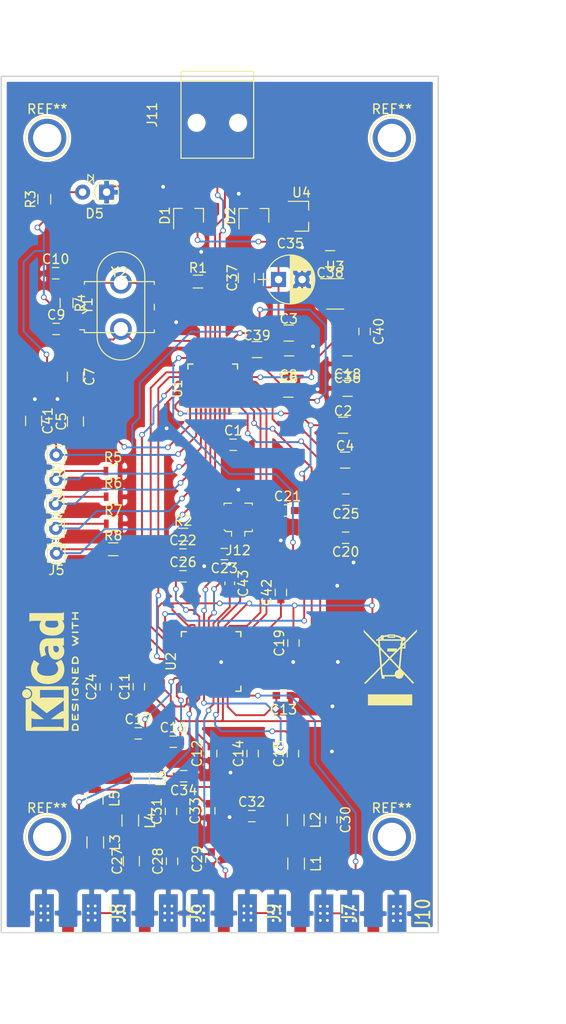
<source format=kicad_pcb>
(kicad_pcb (version 20171130) (host pcbnew 5.1.8)
  (layers (0 F.Cu signal) (31 B.Cu signal) (34 B.Paste user) (35 F.Paste user) (36 B.SilkS user) (37 F.SilkS user) (38 B.Mask user) (39 F.Mask user) (44 Edge.Cuts user))
  (net 0 "")
  (net 1 "Net-(C1-Pad2)")
  (net 2 "Net-(C1-Pad1)")
  (net 3 VDDI)
  (net 4 VDIG)
  (net 5 "Net-(C4-Pad1)")
  (net 6 V18-SYNTH)
  (net 7 "Net-(C9-Pad2)")
  (net 8 VRF)
  (net 9 "Net-(C13-Pad2)")
  (net 10 "Net-(C14-Pad2)")
  (net 11 "Net-(C15-Pad2)")
  (net 12 "Net-(C16-Pad2)")
  (net 13 HFPORT)
  (net 14 "Net-(C22-Pad1)")
  (net 15 USB_DP)
  (net 16 USB_DM)
  (net 17 I_IN_P)
  (net 18 I_IN_N)
  (net 19 Q_IN_P)
  (net 20 Q_IN_N)
  (net 21 "Net-(R1-Pad2)")
  (net 22 REFCLK)
  (net 23 SPI_LAT)
  (net 24 SPI_DATA)
  (net 25 SPI_CLK)
  (net 26 VHF_120_250MHZ)
  (net 27 UHF_400_1000MHZ)
  (net 28 VHF_50_120MHZ)
  (net 29 "Net-(U2-Pad16)")
  (net 30 LNAND_IN)
  (net 31 "Net-(U2-Pad37)")
  (net 32 "Net-(C31-Pad2)")
  (net 33 GND)
  (net 34 "Net-(J3-Pad1)")
  (net 35 "Net-(U2-Pad5)")
  (net 36 "Net-(U2-Pad13)")
  (net 37 "Net-(U2-Pad17)")
  (net 38 "Net-(U2-Pad38)")
  (net 39 "Net-(J7-Pad1)")
  (net 40 "Net-(C8-Pad1)")
  (net 41 "Net-(C10-Pad2)")
  (net 42 "Net-(C17-Pad2)")
  (net 43 "Net-(C22-Pad2)")
  (net 44 "Net-(C23-Pad1)")
  (net 45 "Net-(C27-Pad2)")
  (net 46 "Net-(C27-Pad1)")
  (net 47 "Net-(C30-Pad2)")
  (net 48 "Net-(C30-Pad1)")
  (net 49 "Net-(C33-Pad2)")
  (net 50 "Net-(J2-Pad1)")
  (net 51 "Net-(J4-Pad1)")
  (net 52 "Net-(J5-Pad1)")
  (net 53 "Net-(L4-Pad1)")
  (net 54 "Net-(J11-Pad4)")
  (net 55 "Net-(J11-Pad6)")
  (net 56 "Net-(C38-Pad1)")
  (net 57 "Net-(C39-Pad1)")
  (net 58 "Net-(D5-Pad2)")
  (net 59 "Net-(C40-Pad1)")
  (net 60 "Net-(R4-Pad2)")
  (net 61 "Net-(C41-Pad2)")
  (net 62 "Net-(C42-Pad2)")
  (net 63 "Net-(C43-Pad2)")
  (module Connector_Coaxial:U.FL_Molex_MCRF_73412-0110_Vertical (layer F.Cu) (at 138.225 90.17)
    (fp_text reference J12 (at 0 3.5) (layer F.SilkS))
    (fp_text value Conn_01x02)
    (pad 1 smd rect (at 0 1.5) (size 1 1) (layers F.Cu F.Paste F.Mask) (net 30 LNAND_IN))
    (pad 2 smd rect (at 0 -1.5) (size 1 1) (layers F.Cu F.Paste F.Mask) (net 33 GND))
    (pad 2 smd rect (at 1.475 0) (size 1.05 2.2) (layers F.Cu F.Paste F.Mask) (net 33 GND))
    (pad 2 smd rect (at -1.475 0) (size 1.05 2.2) (layers F.Cu F.Paste F.Mask) (net 33 GND))
  )
  (module Capacitor_SMD:C_0603_1608Metric_Pad1.08x0.95mm_HandSolder (layer F.Cu) (at 137.332124 97.150868 270)
    (fp_text reference C43 (at 0 -1.43 90) (layer F.SilkS))
    (fp_text value 10nF)
    (pad 2 smd roundrect (at 0.8625 0 270) (size 1.075 0.95) (layers F.Cu F.Paste F.Mask) (net 63 "Net-(C43-Pad2)"))
    (pad 1 smd roundrect (at -0.8625 0 270) (size 1.075 0.95) (layers F.Cu F.Paste F.Mask) (net 33 GND))
  )
  (module Connectors:1pin (layer F.Cu) (at 154.5 124)
    (fp_text reference REF** (at 0 -3.048) (layer F.SilkS))
    (fp_text value 1pin)
    (pad 1 thru_hole circle (at 0 0) (size 4.064 4.064) (drill 3) (layers *.Cu *.Mask))
  )
  (module Connectors:1pin (layer F.Cu) (at 118 124)
    (fp_text reference REF** (at 0 -3.048) (layer F.SilkS))
    (fp_text value 1pin)
    (pad 1 thru_hole circle (at 0 0) (size 4.064 4.064) (drill 3) (layers *.Cu *.Mask))
  )
  (module Connectors:1pin (layer F.Cu) (at 154.5 50)
    (fp_text reference REF** (at 0 -3.048) (layer F.SilkS))
    (fp_text value 1pin)
    (pad 1 thru_hole circle (at 0 0) (size 4.064 4.064) (drill 3) (layers *.Cu *.Mask))
  )
  (module Connectors:1pin (layer F.Cu) (at 118 50)
    (fp_text reference REF** (at 0 -3.048) (layer F.SilkS))
    (fp_text value 1pin)
    (pad 1 thru_hole circle (at 0 0) (size 4.064 4.064) (drill 3) (layers *.Cu *.Mask))
  )
  (module Capacitors_SMD:C_0603 (layer F.Cu) (at 137.699 82.486)
    (fp_text reference C1 (at 0 -1.5) (layer F.SilkS))
    (fp_text value 10nF)
    (pad 2 smd rect (at 0.75 0) (size 0.8 0.75) (layers F.Cu F.Paste F.Mask) (net 1 "Net-(C1-Pad2)"))
    (pad 1 smd rect (at -0.75 0) (size 0.8 0.75) (layers F.Cu F.Paste F.Mask) (net 2 "Net-(C1-Pad1)"))
  )
  (module Capacitors_SMD:C_0805 (layer F.Cu) (at 149.329 80.416)
    (fp_text reference C2 (at 0 -1.5) (layer F.SilkS))
    (fp_text value 10uF)
    (pad 1 smd rect (at -1 0) (size 1 1.25) (layers F.Cu F.Paste F.Mask) (net 3 VDDI))
    (pad 2 smd rect (at 1 0) (size 1 1.25) (layers F.Cu F.Paste F.Mask) (net 33 GND))
  )
  (module Capacitors_SMD:C_0805 (layer F.Cu) (at 143.579 70.656)
    (fp_text reference C3 (at 0 -1.5) (layer F.SilkS))
    (fp_text value 10uF)
    (pad 1 smd rect (at -1 0) (size 1 1.25) (layers F.Cu F.Paste F.Mask) (net 4 VDIG))
    (pad 2 smd rect (at 1 0) (size 1 1.25) (layers F.Cu F.Paste F.Mask) (net 33 GND))
  )
  (module Capacitors_SMD:C_0805 (layer F.Cu) (at 149.549 84.106)
    (fp_text reference C4 (at 0 -1.5) (layer F.SilkS))
    (fp_text value 10uF)
    (pad 1 smd rect (at -1 0) (size 1 1.25) (layers F.Cu F.Paste F.Mask) (net 5 "Net-(C4-Pad1)"))
    (pad 2 smd rect (at 1 0) (size 1 1.25) (layers F.Cu F.Paste F.Mask) (net 33 GND))
  )
  (module Capacitors_SMD:C_0805 (layer F.Cu) (at 120.989 80.026 90)
    (fp_text reference C5 (at 0 -1.5 90) (layer F.SilkS))
    (fp_text value 10uF)
    (pad 1 smd rect (at -1 0 90) (size 1 1.25) (layers F.Cu F.Paste F.Mask) (net 4 VDIG))
    (pad 2 smd rect (at 1 0 90) (size 1 1.25) (layers F.Cu F.Paste F.Mask) (net 33 GND))
  )
  (module Capacitors_SMD:C_0805 (layer F.Cu) (at 143.619 73.926 180)
    (fp_text reference C6 (at 0 -1.5 180) (layer F.SilkS))
    (fp_text value 1uF)
    (pad 1 smd rect (at -1 0 180) (size 1 1.25) (layers F.Cu F.Paste F.Mask) (net 6 V18-SYNTH))
    (pad 2 smd rect (at 1 0 180) (size 1 1.25) (layers F.Cu F.Paste F.Mask) (net 33 GND))
  )
  (module Capacitors_SMD:C_0805 (layer F.Cu) (at 120.979 75.286 270)
    (fp_text reference C7 (at 0 -1.5 270) (layer F.SilkS))
    (fp_text value 10uF)
    (pad 1 smd rect (at -1 0 270) (size 1 1.25) (layers F.Cu F.Paste F.Mask) (net 4 VDIG))
    (pad 2 smd rect (at 1 0 270) (size 1 1.25) (layers F.Cu F.Paste F.Mask) (net 33 GND))
  )
  (module Capacitors_SMD:C_0805 (layer F.Cu) (at 143.539 76.596)
    (fp_text reference C8 (at 0 -1.5) (layer F.SilkS))
    (fp_text value 1uF)
    (pad 1 smd rect (at -1 0) (size 1 1.25) (layers F.Cu F.Paste F.Mask) (net 40 "Net-(C8-Pad1)"))
    (pad 2 smd rect (at 1 0) (size 1 1.25) (layers F.Cu F.Paste F.Mask) (net 33 GND))
  )
  (module Capacitors_SMD:C_0603 (layer F.Cu) (at 118.949 70.226)
    (fp_text reference C9 (at 0 -1.5) (layer F.SilkS))
    (fp_text value 18pF)
    (pad 2 smd rect (at 0.75 0) (size 0.8 0.75) (layers F.Cu F.Paste F.Mask) (net 7 "Net-(C9-Pad2)"))
    (pad 1 smd rect (at -0.75 0) (size 0.8 0.75) (layers F.Cu F.Paste F.Mask) (net 33 GND))
  )
  (module Capacitors_SMD:C_0603 (layer F.Cu) (at 118.899 64.326)
    (fp_text reference C10 (at 0 -1.5) (layer F.SilkS))
    (fp_text value 18pF)
    (pad 2 smd rect (at 0.75 0) (size 0.8 0.75) (layers F.Cu F.Paste F.Mask) (net 41 "Net-(C10-Pad2)"))
    (pad 1 smd rect (at -0.75 0) (size 0.8 0.75) (layers F.Cu F.Paste F.Mask) (net 33 GND))
  )
  (module Capacitors_SMD:C_0603 (layer F.Cu) (at 127.70612 108.1024 90)
    (fp_text reference C11 (at 0 -1.5 90) (layer F.SilkS))
    (fp_text value 10nF)
    (pad 2 smd rect (at 0.75 0 90) (size 0.8 0.75) (layers F.Cu F.Paste F.Mask) (net 8 VRF))
    (pad 1 smd rect (at -0.75 0 90) (size 0.8 0.75) (layers F.Cu F.Paste F.Mask) (net 33 GND))
  )
  (module Capacitors_SMD:C_0603 (layer F.Cu) (at 135.36676 115.17884 90)
    (fp_text reference C12 (at 0 -1.5 90) (layer F.SilkS))
    (fp_text value 10nF)
    (pad 2 smd rect (at 0.75 0 90) (size 0.8 0.75) (layers F.Cu F.Paste F.Mask) (net 8 VRF))
    (pad 1 smd rect (at -0.75 0 90) (size 0.8 0.75) (layers F.Cu F.Paste F.Mask) (net 33 GND))
  )
  (module Capacitors_SMD:C_0603 (layer F.Cu) (at 143.019 109.026 180)
    (fp_text reference C13 (at 0 -1.5 180) (layer F.SilkS))
    (fp_text value 10nF)
    (pad 2 smd rect (at 0.75 0 180) (size 0.8 0.75) (layers F.Cu F.Paste F.Mask) (net 9 "Net-(C13-Pad2)"))
    (pad 1 smd rect (at -0.75 0 180) (size 0.8 0.75) (layers F.Cu F.Paste F.Mask) (net 33 GND))
  )
  (module Capacitors_SMD:C_0603 (layer F.Cu) (at 139.75588 115.17884 90)
    (fp_text reference C14 (at 0 -1.5 90) (layer F.SilkS))
    (fp_text value 10nF)
    (pad 2 smd rect (at 0.75 0 90) (size 0.8 0.75) (layers F.Cu F.Paste F.Mask) (net 10 "Net-(C14-Pad2)"))
    (pad 1 smd rect (at -0.75 0 90) (size 0.8 0.75) (layers F.Cu F.Paste F.Mask) (net 33 GND))
  )
  (module Capacitors_SMD:C_0603 (layer F.Cu) (at 144.02308 115.189 90)
    (fp_text reference C15 (at 0 -1.5 90) (layer F.SilkS))
    (fp_text value 10nF)
    (pad 2 smd rect (at 0.75 0 90) (size 0.8 0.75) (layers F.Cu F.Paste F.Mask) (net 11 "Net-(C15-Pad2)"))
    (pad 1 smd rect (at -0.75 0 90) (size 0.8 0.75) (layers F.Cu F.Paste F.Mask) (net 33 GND))
  )
  (module Capacitors_SMD:C_0603 (layer F.Cu) (at 131.35356 113.92662)
    (fp_text reference C16 (at 0 -1.5) (layer F.SilkS))
    (fp_text value 100nF)
    (pad 2 smd rect (at 0.75 0) (size 0.8 0.75) (layers F.Cu F.Paste F.Mask) (net 12 "Net-(C16-Pad2)"))
    (pad 1 smd rect (at -0.75 0) (size 0.8 0.75) (layers F.Cu F.Paste F.Mask) (net 33 GND))
  )
  (module Capacitors_SMD:C_0603 (layer F.Cu) (at 127.635 113.0427)
    (fp_text reference C17 (at 0 -1.5) (layer F.SilkS))
    (fp_text value 100nF)
    (pad 2 smd rect (at 0.75 0) (size 0.8 0.75) (layers F.Cu F.Paste F.Mask) (net 42 "Net-(C17-Pad2)"))
    (pad 1 smd rect (at -0.75 0) (size 0.8 0.75) (layers F.Cu F.Paste F.Mask) (net 13 HFPORT))
  )
  (module Capacitors_SMD:C_0805 (layer F.Cu) (at 149.809 76.506)
    (fp_text reference C18 (at 0 -1.5) (layer F.SilkS))
    (fp_text value 1uF)
    (pad 1 smd rect (at -1 0) (size 1 1.25) (layers F.Cu F.Paste F.Mask) (net 33 GND))
    (pad 2 smd rect (at 1 0) (size 1 1.25) (layers F.Cu F.Paste F.Mask) (net 8 VRF))
  )
  (module Capacitors_SMD:C_0603 (layer F.Cu) (at 144.079 103.476 90)
    (fp_text reference C19 (at 0 -1.5 90) (layer F.SilkS))
    (fp_text value 10nF)
    (pad 2 smd rect (at 0.75 0 90) (size 0.8 0.75) (layers F.Cu F.Paste F.Mask) (net 8 VRF))
    (pad 1 smd rect (at -0.75 0 90) (size 0.8 0.75) (layers F.Cu F.Paste F.Mask) (net 33 GND))
  )
  (module Capacitors_SMD:C_0603 (layer F.Cu) (at 149.609 92.326 180)
    (fp_text reference C20 (at 0 -1.5 180) (layer F.SilkS))
    (fp_text value 10nF)
    (pad 2 smd rect (at 0.75 0 180) (size 0.8 0.75) (layers F.Cu F.Paste F.Mask) (net 8 VRF))
    (pad 1 smd rect (at -0.75 0 180) (size 0.8 0.75) (layers F.Cu F.Paste F.Mask) (net 33 GND))
  )
  (module Capacitors_SMD:C_0603 (layer F.Cu) (at 143.459 89.446)
    (fp_text reference C21 (at 0 -1.5) (layer F.SilkS))
    (fp_text value 10nF)
    (pad 2 smd rect (at 0.75 0) (size 0.8 0.75) (layers F.Cu F.Paste F.Mask) (net 3 VDDI))
    (pad 1 smd rect (at -0.75 0) (size 0.8 0.75) (layers F.Cu F.Paste F.Mask) (net 33 GND))
  )
  (module Capacitors_SMD:C_0603 (layer F.Cu) (at 132.369 94.106)
    (fp_text reference C22 (at 0 -1.5) (layer F.SilkS))
    (fp_text value 6800pF)
    (pad 2 smd rect (at 0.75 0) (size 0.8 0.75) (layers F.Cu F.Paste F.Mask) (net 43 "Net-(C22-Pad2)"))
    (pad 1 smd rect (at -0.75 0) (size 0.8 0.75) (layers F.Cu F.Paste F.Mask) (net 14 "Net-(C22-Pad1)"))
  )
  (module Capacitors_SMD:C_0603 (layer F.Cu) (at 136.749 94.056 180)
    (fp_text reference C23 (at 0 -1.5 180) (layer F.SilkS))
    (fp_text value 33nF)
    (pad 2 smd rect (at 0.75 0 180) (size 0.8 0.75) (layers F.Cu F.Paste F.Mask) (net 43 "Net-(C22-Pad2)"))
    (pad 1 smd rect (at -0.75 0 180) (size 0.8 0.75) (layers F.Cu F.Paste F.Mask) (net 44 "Net-(C23-Pad1)"))
  )
  (module Capacitors_SMD:C_0603 (layer F.Cu) (at 124.19076 108.12272 90)
    (fp_text reference C24 (at 0 -1.5 90) (layer F.SilkS))
    (fp_text value 10nF)
    (pad 2 smd rect (at 0.75 0 90) (size 0.8 0.75) (layers F.Cu F.Paste F.Mask) (net 8 VRF))
    (pad 1 smd rect (at -0.75 0 90) (size 0.8 0.75) (layers F.Cu F.Paste F.Mask) (net 33 GND))
  )
  (module Capacitors_SMD:C_0603 (layer F.Cu) (at 149.629 88.296 180)
    (fp_text reference C25 (at 0 -1.5 180) (layer F.SilkS))
    (fp_text value 10nF)
    (pad 2 smd rect (at 0.75 0 180) (size 0.8 0.75) (layers F.Cu F.Paste F.Mask) (net 8 VRF))
    (pad 1 smd rect (at -0.75 0 180) (size 0.8 0.75) (layers F.Cu F.Paste F.Mask) (net 33 GND))
  )
  (module Capacitors_SMD:C_0603 (layer F.Cu) (at 132.37972 96.4184)
    (fp_text reference C26 (at 0 -1.5) (layer F.SilkS))
    (fp_text value 10nF)
    (pad 2 smd rect (at 0.75 0) (size 0.8 0.75) (layers F.Cu F.Paste F.Mask) (net 33 GND))
    (pad 1 smd rect (at -0.75 0) (size 0.8 0.75) (layers F.Cu F.Paste F.Mask) (net 14 "Net-(C22-Pad1)"))
  )
  (module Capacitors_SMD:C_0805 (layer F.Cu) (at 126.9111 126.5682 90)
    (fp_text reference C27 (at 0 -1.5 90) (layer F.SilkS))
    (fp_text value 470nF)
    (pad 1 smd rect (at -1 0 90) (size 1 1.25) (layers F.Cu F.Paste F.Mask) (net 46 "Net-(C27-Pad1)"))
    (pad 2 smd rect (at 1 0 90) (size 1 1.25) (layers F.Cu F.Paste F.Mask) (net 45 "Net-(C27-Pad2)"))
  )
  (module Capacitors_SMD:C_0603 (layer F.Cu) (at 131.22148 126.57582 90)
    (fp_text reference C28 (at 0 -1.5 90) (layer F.SilkS))
    (fp_text value 1nF)
    (pad 2 smd rect (at 0.75 0 90) (size 0.8 0.75) (layers F.Cu F.Paste F.Mask) (net 45 "Net-(C27-Pad2)"))
    (pad 1 smd rect (at -0.75 0 90) (size 0.8 0.75) (layers F.Cu F.Paste F.Mask) (net 46 "Net-(C27-Pad1)"))
  )
  (module Capacitors_SMD:C_0603 (layer F.Cu) (at 135.38454 126.3523 90)
    (fp_text reference C29 (at 0 -1.5 90) (layer F.SilkS))
    (fp_text value 56pF)
    (pad 2 smd rect (at 0.75 0 90) (size 0.8 0.75) (layers F.Cu F.Paste F.Mask) (net 45 "Net-(C27-Pad2)"))
    (pad 1 smd rect (at -0.75 0 90) (size 0.8 0.75) (layers F.Cu F.Paste F.Mask) (net 33 GND))
  )
  (module Capacitors_SMD:C_0603 (layer F.Cu) (at 148.0947 122.1867 270)
    (fp_text reference C30 (at 0 -1.5 270) (layer F.SilkS))
    (fp_text value 3.9pF)
    (pad 2 smd rect (at 0.75 0 270) (size 0.8 0.75) (layers F.Cu F.Paste F.Mask) (net 47 "Net-(C30-Pad2)"))
    (pad 1 smd rect (at -0.75 0 270) (size 0.8 0.75) (layers F.Cu F.Paste F.Mask) (net 48 "Net-(C30-Pad1)"))
  )
  (module Capacitors_SMD:C_0603 (layer F.Cu) (at 131.10972 121.29516 90)
    (fp_text reference C31 (at 0 -1.5 90) (layer F.SilkS))
    (fp_text value 160pF)
    (pad 2 smd rect (at 0.75 0 90) (size 0.8 0.75) (layers F.Cu F.Paste F.Mask) (net 32 "Net-(C31-Pad2)"))
    (pad 1 smd rect (at -0.75 0 90) (size 0.8 0.75) (layers F.Cu F.Paste F.Mask) (net 33 GND))
  )
  (module Capacitors_SMD:C_0603 (layer F.Cu) (at 139.65936 121.79808)
    (fp_text reference C32 (at 0 -1.5) (layer F.SilkS))
    (fp_text value 39pF)
    (pad 2 smd rect (at 0.75 0) (size 0.8 0.75) (layers F.Cu F.Paste F.Mask) (net 48 "Net-(C30-Pad1)"))
    (pad 1 smd rect (at -0.75 0) (size 0.8 0.75) (layers F.Cu F.Paste F.Mask) (net 13 HFPORT))
  )
  (module Capacitors_SMD:C_0603 (layer F.Cu) (at 135.16102 121.23928 90)
    (fp_text reference C33 (at 0 -1.5 90) (layer F.SilkS))
    (fp_text value 160pF)
    (pad 2 smd rect (at 0.75 0 90) (size 0.8 0.75) (layers F.Cu F.Paste F.Mask) (net 49 "Net-(C33-Pad2)"))
    (pad 1 smd rect (at -0.75 0 90) (size 0.8 0.75) (layers F.Cu F.Paste F.Mask) (net 33 GND))
  )
  (module Capacitors_SMD:C_0603 (layer F.Cu) (at 132.45084 117.57914 180)
    (fp_text reference C34 (at 0 -1.5 180) (layer F.SilkS))
    (fp_text value 56pF)
    (pad 2 smd rect (at 0.75 0 180) (size 0.8 0.75) (layers F.Cu F.Paste F.Mask) (net 13 HFPORT))
    (pad 1 smd rect (at -0.75 0 180) (size 0.8 0.75) (layers F.Cu F.Paste F.Mask) (net 33 GND))
  )
  (module Capacitors_THT:CP_Radial_D5.0mm_P2.50mm (layer F.Cu) (at 142.499 64.986)
    (fp_text reference C35 (at 1.25 -3.81) (layer F.SilkS))
    (fp_text value 100uF)
    (pad 1 thru_hole rect (at 0 0) (size 1.6 1.6) (drill 0.8) (layers *.Cu *.Mask) (net 4 VDIG))
    (pad 2 thru_hole circle (at 2.5 0) (size 1.6 1.6) (drill 0.8) (layers *.Cu *.Mask) (net 33 GND))
  )
  (module Capacitors_SMD:C_0805 (layer F.Cu) (at 149.799 73.926 180)
    (fp_text reference C36 (at 0 -1.5 180) (layer F.SilkS))
    (fp_text value 10uF)
    (pad 1 smd rect (at -1 0 180) (size 1 1.25) (layers F.Cu F.Paste F.Mask) (net 8 VRF))
    (pad 2 smd rect (at 1 0 180) (size 1 1.25) (layers F.Cu F.Paste F.Mask) (net 33 GND))
  )
  (module Capacitors_SMD:C_0805 (layer F.Cu) (at 139.09 64.82 90)
    (fp_text reference C37 (at 0 -1.5 90) (layer F.SilkS))
    (fp_text value 10uF)
    (pad 1 smd rect (at -1 0 90) (size 1 1.25) (layers F.Cu F.Paste F.Mask) (net 4 VDIG))
    (pad 2 smd rect (at 1 0 90) (size 1 1.25) (layers F.Cu F.Paste F.Mask) (net 33 GND))
  )
  (module Capacitors_SMD:C_0805 (layer F.Cu) (at 147.959 62.786 180)
    (fp_text reference C38 (at 0 -1.5 180) (layer F.SilkS))
    (fp_text value 10uF)
    (pad 1 smd rect (at -1 0 180) (size 1 1.25) (layers F.Cu F.Paste F.Mask) (net 56 "Net-(C38-Pad1)"))
    (pad 2 smd rect (at 1 0 180) (size 1 1.25) (layers F.Cu F.Paste F.Mask) (net 33 GND))
  )
  (module sma:SMA_OPL_EM (layer F.Cu) (at 128.329 134.576 90)
    (fp_text reference J6 (at 2.5 5.25 90) (layer F.SilkS) (effects (font (size 1.5 1.2) (thickness 0.2))))
    (fp_text value SMA_0_30MHZ hide)
    (pad 1 smd rect (at 2.5 0 90) (size 4 1.25) (layers F.Cu F.Mask) (net 46 "Net-(C27-Pad1)"))
    (pad 2 smd rect (at 2.5 2.5 90) (size 4 2) (layers *.Cu *.Mask) (net 33 GND))
    (pad 2 thru_hole circle (at 1.75 2.875 90) (size 0.4 0.4) (drill 0.3) (layers *.Cu) (net 33 GND))
    (pad 2 thru_hole circle (at 1.75 2.125 90) (size 0.4 0.4) (drill 0.3) (layers *.Cu) (net 33 GND))
    (pad 2 thru_hole circle (at 2.5 2.875 90) (size 0.4 0.4) (drill 0.3) (layers *.Cu) (net 33 GND))
    (pad 2 thru_hole circle (at 2.5 2.125 90) (size 0.4 0.4) (drill 0.3) (layers *.Cu) (net 33 GND))
    (pad 2 thru_hole circle (at 3.25 2.875 90) (size 0.4 0.4) (drill 0.3) (layers *.Cu) (net 33 GND))
    (pad 2 thru_hole circle (at 3.25 2.125 90) (size 0.4 0.4) (drill 0.3) (layers *.Cu) (net 33 GND))
    (pad 3 smd rect (at 2.5 -2.5 90) (size 4 2) (layers *.Cu *.Mask) (net 33 GND))
    (pad 3 thru_hole circle (at 1.75 -2.875 90) (size 0.4 0.4) (drill 0.3) (layers *.Cu) (net 33 GND))
    (pad 3 thru_hole circle (at 1.75 -2.125 90) (size 0.4 0.4) (drill 0.3) (layers *.Cu) (net 33 GND))
    (pad 3 thru_hole circle (at 2.5 -2.875 90) (size 0.4 0.4) (drill 0.3) (layers *.Cu) (net 33 GND))
    (pad 3 thru_hole circle (at 2.5 -2.125 90) (size 0.4 0.4) (drill 0.3) (layers *.Cu) (net 33 GND))
    (pad 3 thru_hole circle (at 3.25 -2.875 90) (size 0.4 0.4) (drill 0.3) (layers *.Cu) (net 33 GND))
    (pad 3 thru_hole circle (at 3.25 -2.125 90) (size 0.4 0.4) (drill 0.3) (layers *.Cu) (net 33 GND))
  )
  (module sma:SMA_OPL_EM (layer F.Cu) (at 144.80032 134.5946 90)
    (fp_text reference J7 (at 2.5 5.25 90) (layer F.SilkS) (effects (font (size 1.5 1.2) (thickness 0.2))))
    (fp_text value SMA_30_60MHZ hide)
    (pad 1 smd rect (at 2.5 0 90) (size 4 1.25) (layers F.Cu F.Mask) (net 39 "Net-(J7-Pad1)"))
    (pad 2 smd rect (at 2.5 2.5 90) (size 4 2) (layers *.Cu *.Mask) (net 33 GND))
    (pad 2 thru_hole circle (at 1.75 2.875 90) (size 0.4 0.4) (drill 0.3) (layers *.Cu) (net 33 GND))
    (pad 2 thru_hole circle (at 1.75 2.125 90) (size 0.4 0.4) (drill 0.3) (layers *.Cu) (net 33 GND))
    (pad 2 thru_hole circle (at 2.5 2.875 90) (size 0.4 0.4) (drill 0.3) (layers *.Cu) (net 33 GND))
    (pad 2 thru_hole circle (at 2.5 2.125 90) (size 0.4 0.4) (drill 0.3) (layers *.Cu) (net 33 GND))
    (pad 2 thru_hole circle (at 3.25 2.875 90) (size 0.4 0.4) (drill 0.3) (layers *.Cu) (net 33 GND))
    (pad 2 thru_hole circle (at 3.25 2.125 90) (size 0.4 0.4) (drill 0.3) (layers *.Cu) (net 33 GND))
    (pad 3 smd rect (at 2.5 -2.5 90) (size 4 2) (layers *.Cu *.Mask) (net 33 GND))
    (pad 3 thru_hole circle (at 1.75 -2.875 90) (size 0.4 0.4) (drill 0.3) (layers *.Cu) (net 33 GND))
    (pad 3 thru_hole circle (at 1.75 -2.125 90) (size 0.4 0.4) (drill 0.3) (layers *.Cu) (net 33 GND))
    (pad 3 thru_hole circle (at 2.5 -2.875 90) (size 0.4 0.4) (drill 0.3) (layers *.Cu) (net 33 GND))
    (pad 3 thru_hole circle (at 2.5 -2.125 90) (size 0.4 0.4) (drill 0.3) (layers *.Cu) (net 33 GND))
    (pad 3 thru_hole circle (at 3.25 -2.875 90) (size 0.4 0.4) (drill 0.3) (layers *.Cu) (net 33 GND))
    (pad 3 thru_hole circle (at 3.25 -2.125 90) (size 0.4 0.4) (drill 0.3) (layers *.Cu) (net 33 GND))
  )
  (module sma:SMA_OPL_EMPTYHEAD (layer F.Cu) (at 120.2055 134.5692 90)
    (fp_text reference J8 (at 2.5 5.25 90) (layer F.SilkS) (effects (font (size 1.5 1.2) (thickness 0.2))))
    (fp_text value SMA_VHF2 hide)
    (pad 1 smd rect (at 2.5 0 90) (size 4 1.25) (layers F.Cu F.Mask) (net 26 VHF_120_250MHZ))
    (pad 2 smd rect (at 2.5 2.5 90) (size 4 2) (layers *.Cu *.Mask) (net 33 GND))
    (pad 2 thru_hole circle (at 1.75 2.875 90) (size 0.4 0.4) (drill 0.3) (layers *.Cu) (net 33 GND))
    (pad 2 thru_hole circle (at 1.75 2.125 90) (size 0.4 0.4) (drill 0.3) (layers *.Cu) (net 33 GND))
    (pad 2 thru_hole circle (at 2.5 2.875 90) (size 0.4 0.4) (drill 0.3) (layers *.Cu) (net 33 GND))
    (pad 2 thru_hole circle (at 2.5 2.125 90) (size 0.4 0.4) (drill 0.3) (layers *.Cu) (net 33 GND))
    (pad 2 thru_hole circle (at 3.25 2.875 90) (size 0.4 0.4) (drill 0.3) (layers *.Cu) (net 33 GND))
    (pad 2 thru_hole circle (at 3.25 2.125 90) (size 0.4 0.4) (drill 0.3) (layers *.Cu) (net 33 GND))
    (pad 3 smd rect (at 2.5 -2.5 90) (size 4 2) (layers *.Cu *.Mask) (net 33 GND))
    (pad 3 thru_hole circle (at 1.75 -2.875 90) (size 0.4 0.4) (drill 0.3) (layers *.Cu) (net 33 GND))
    (pad 3 thru_hole circle (at 1.75 -2.125 90) (size 0.4 0.4) (drill 0.3) (layers *.Cu) (net 33 GND))
    (pad 3 thru_hole circle (at 2.5 -2.875 90) (size 0.4 0.4) (drill 0.3) (layers *.Cu) (net 33 GND))
    (pad 3 thru_hole circle (at 2.5 -2.125 90) (size 0.4 0.4) (drill 0.3) (layers *.Cu) (net 33 GND))
    (pad 3 thru_hole circle (at 3.25 -2.875 90) (size 0.4 0.4) (drill 0.3) (layers *.Cu) (net 33 GND))
    (pad 3 thru_hole circle (at 3.25 -2.125 90) (size 0.4 0.4) (drill 0.3) (layers *.Cu) (net 33 GND))
  )
  (module sma:SMA_OPL_EMPTYHEAD (layer F.Cu) (at 136.7028 134.5692 90)
    (fp_text reference J9 (at 2.5 5.25 90) (layer F.SilkS) (effects (font (size 1.5 1.2) (thickness 0.2))))
    (fp_text value SMA_UHF hide)
    (pad 1 smd rect (at 2.5 0 90) (size 4 1.25) (layers F.Cu F.Mask) (net 27 UHF_400_1000MHZ))
    (pad 2 smd rect (at 2.5 2.5 90) (size 4 2) (layers *.Cu *.Mask) (net 33 GND))
    (pad 2 thru_hole circle (at 1.75 2.875 90) (size 0.4 0.4) (drill 0.3) (layers *.Cu) (net 33 GND))
    (pad 2 thru_hole circle (at 1.75 2.125 90) (size 0.4 0.4) (drill 0.3) (layers *.Cu) (net 33 GND))
    (pad 2 thru_hole circle (at 2.5 2.875 90) (size 0.4 0.4) (drill 0.3) (layers *.Cu) (net 33 GND))
    (pad 2 thru_hole circle (at 2.5 2.125 90) (size 0.4 0.4) (drill 0.3) (layers *.Cu) (net 33 GND))
    (pad 2 thru_hole circle (at 3.25 2.875 90) (size 0.4 0.4) (drill 0.3) (layers *.Cu) (net 33 GND))
    (pad 2 thru_hole circle (at 3.25 2.125 90) (size 0.4 0.4) (drill 0.3) (layers *.Cu) (net 33 GND))
    (pad 3 smd rect (at 2.5 -2.5 90) (size 4 2) (layers *.Cu *.Mask) (net 33 GND))
    (pad 3 thru_hole circle (at 1.75 -2.875 90) (size 0.4 0.4) (drill 0.3) (layers *.Cu) (net 33 GND))
    (pad 3 thru_hole circle (at 1.75 -2.125 90) (size 0.4 0.4) (drill 0.3) (layers *.Cu) (net 33 GND))
    (pad 3 thru_hole circle (at 2.5 -2.875 90) (size 0.4 0.4) (drill 0.3) (layers *.Cu) (net 33 GND))
    (pad 3 thru_hole circle (at 2.5 -2.125 90) (size 0.4 0.4) (drill 0.3) (layers *.Cu) (net 33 GND))
    (pad 3 thru_hole circle (at 3.25 -2.875 90) (size 0.4 0.4) (drill 0.3) (layers *.Cu) (net 33 GND))
    (pad 3 thru_hole circle (at 3.25 -2.125 90) (size 0.4 0.4) (drill 0.3) (layers *.Cu) (net 33 GND))
  )
  (module sma:SMA_OPL_EMPTYHEAD (layer F.Cu) (at 152.5397 134.62254 90)
    (fp_text reference J10 (at 2.5 5.25 90) (layer F.SilkS) (effects (font (size 1.5 1.2) (thickness 0.2))))
    (fp_text value SMA_VHF1 hide)
    (pad 1 smd rect (at 2.5 0 90) (size 4 1.25) (layers F.Cu F.Mask) (net 28 VHF_50_120MHZ))
    (pad 2 smd rect (at 2.5 2.5 90) (size 4 2) (layers *.Cu *.Mask) (net 33 GND))
    (pad 2 thru_hole circle (at 1.75 2.875 90) (size 0.4 0.4) (drill 0.3) (layers *.Cu) (net 33 GND))
    (pad 2 thru_hole circle (at 1.75 2.125 90) (size 0.4 0.4) (drill 0.3) (layers *.Cu) (net 33 GND))
    (pad 2 thru_hole circle (at 2.5 2.875 90) (size 0.4 0.4) (drill 0.3) (layers *.Cu) (net 33 GND))
    (pad 2 thru_hole circle (at 2.5 2.125 90) (size 0.4 0.4) (drill 0.3) (layers *.Cu) (net 33 GND))
    (pad 2 thru_hole circle (at 3.25 2.875 90) (size 0.4 0.4) (drill 0.3) (layers *.Cu) (net 33 GND))
    (pad 2 thru_hole circle (at 3.25 2.125 90) (size 0.4 0.4) (drill 0.3) (layers *.Cu) (net 33 GND))
    (pad 3 smd rect (at 2.5 -2.5 90) (size 4 2) (layers *.Cu *.Mask) (net 33 GND))
    (pad 3 thru_hole circle (at 1.75 -2.875 90) (size 0.4 0.4) (drill 0.3) (layers *.Cu) (net 33 GND))
    (pad 3 thru_hole circle (at 1.75 -2.125 90) (size 0.4 0.4) (drill 0.3) (layers *.Cu) (net 33 GND))
    (pad 3 thru_hole circle (at 2.5 -2.875 90) (size 0.4 0.4) (drill 0.3) (layers *.Cu) (net 33 GND))
    (pad 3 thru_hole circle (at 2.5 -2.125 90) (size 0.4 0.4) (drill 0.3) (layers *.Cu) (net 33 GND))
    (pad 3 thru_hole circle (at 3.25 -2.875 90) (size 0.4 0.4) (drill 0.3) (layers *.Cu) (net 33 GND))
    (pad 3 thru_hole circle (at 3.25 -2.125 90) (size 0.4 0.4) (drill 0.3) (layers *.Cu) (net 33 GND))
  )
  (module Connectors:USB_Mini-B (layer F.Cu) (at 136.019 48.196 270)
    (fp_text reference J11 (at -0.65 6.9 270) (layer F.SilkS))
    (fp_text value USB_OTG)
    (pad 1 smd rect (at 2.8 -1.6 270) (size 2.3 0.5) (layers F.Cu F.Paste F.Mask) (net 56 "Net-(C38-Pad1)"))
    (pad 2 smd rect (at 2.8 -0.8 270) (size 2.3 0.5) (layers F.Cu F.Paste F.Mask) (net 16 USB_DM))
    (pad 3 smd rect (at 2.8 0 270) (size 2.3 0.5) (layers F.Cu F.Paste F.Mask) (net 15 USB_DP))
    (pad 4 smd rect (at 2.8 0.8 270) (size 2.3 0.5) (layers F.Cu F.Paste F.Mask) (net 54 "Net-(J11-Pad4)"))
    (pad 5 smd rect (at 2.8 1.6 270) (size 2.3 0.5) (layers F.Cu F.Paste F.Mask) (net 33 GND))
    (pad 6 smd rect (at 2.7 -4.45 270) (size 2.5 2) (layers F.Cu F.Paste F.Mask) (net 55 "Net-(J11-Pad6)"))
    (pad 6 smd rect (at -2.8 -4.45 270) (size 2.5 2) (layers F.Cu F.Paste F.Mask) (net 55 "Net-(J11-Pad6)"))
    (pad 6 smd rect (at 2.7 4.45 270) (size 2.5 2) (layers F.Cu F.Paste F.Mask) (net 55 "Net-(J11-Pad6)"))
    (pad 6 smd rect (at -2.8 4.45 270) (size 2.5 2) (layers F.Cu F.Paste F.Mask) (net 55 "Net-(J11-Pad6)"))
    (pad "" np_thru_hole circle (at 0.2 -2.2 270) (size 0.9 0.9) (drill 0.9) (layers *.Cu *.Mask))
    (pad "" np_thru_hole circle (at 0.2 2.2 270) (size 0.9 0.9) (drill 0.9) (layers *.Cu *.Mask))
  )
  (module Inductors_SMD:L_0805 (layer F.Cu) (at 144.3609 126.8349 270)
    (fp_text reference L1 (at 0 -2.1 270) (layer F.SilkS))
    (fp_text value 220nH)
    (pad 1 smd rect (at -0.95 0 270) (size 0.7 1.3) (layers F.Cu F.Paste F.Mask) (net 47 "Net-(C30-Pad2)"))
    (pad 2 smd rect (at 0.95 0 270) (size 0.7 1.3) (layers F.Cu F.Paste F.Mask) (net 39 "Net-(J7-Pad1)"))
  )
  (module Inductors_SMD:L_0805 (layer F.Cu) (at 144.3228 122.2248 270)
    (fp_text reference L2 (at 0 -2.1 270) (layer F.SilkS))
    (fp_text value 330nH)
    (pad 1 smd rect (at -0.95 0 270) (size 0.7 1.3) (layers F.Cu F.Paste F.Mask) (net 48 "Net-(C30-Pad1)"))
    (pad 2 smd rect (at 0.95 0 270) (size 0.7 1.3) (layers F.Cu F.Paste F.Mask) (net 47 "Net-(C30-Pad2)"))
  )
  (module Inductors_SMD:L_0805 (layer F.Cu) (at 123.09094 124.59208 270)
    (fp_text reference L3 (at 0 -2.1 270) (layer F.SilkS))
    (fp_text value 330nH)
    (pad 1 smd rect (at -0.95 0 270) (size 0.7 1.3) (layers F.Cu F.Paste F.Mask) (net 32 "Net-(C31-Pad2)"))
    (pad 2 smd rect (at 0.95 0 270) (size 0.7 1.3) (layers F.Cu F.Paste F.Mask) (net 45 "Net-(C27-Pad2)"))
  )
  (module Inductors_SMD:L_0805 (layer F.Cu) (at 126.7968 122.2629 270)
    (fp_text reference L4 (at 0 -2.1 270) (layer F.SilkS))
    (fp_text value 270nH)
    (pad 1 smd rect (at -0.95 0 270) (size 0.7 1.3) (layers F.Cu F.Paste F.Mask) (net 53 "Net-(L4-Pad1)"))
    (pad 2 smd rect (at 0.95 0 270) (size 0.7 1.3) (layers F.Cu F.Paste F.Mask) (net 32 "Net-(C31-Pad2)"))
  )
  (module Inductors_SMD:L_0805 (layer F.Cu) (at 123.03506 119.95404 270)
    (fp_text reference L5 (at 0 -2.1 270) (layer F.SilkS))
    (fp_text value 150nH)
    (pad 1 smd rect (at -0.95 0 270) (size 0.7 1.3) (layers F.Cu F.Paste F.Mask) (net 49 "Net-(C33-Pad2)"))
    (pad 2 smd rect (at 0.95 0 270) (size 0.7 1.3) (layers F.Cu F.Paste F.Mask) (net 53 "Net-(L4-Pad1)"))
  )
  (module Inductors_SMD:L_0805 (layer F.Cu) (at 127.9398 117.8052 270)
    (fp_text reference L6 (at 0 -2.1 270) (layer F.SilkS))
    (fp_text value 330nH)
    (pad 1 smd rect (at -0.95 0 270) (size 0.7 1.3) (layers F.Cu F.Paste F.Mask) (net 13 HFPORT))
    (pad 2 smd rect (at 0.95 0 270) (size 0.7 1.3) (layers F.Cu F.Paste F.Mask) (net 49 "Net-(C33-Pad2)"))
  )
  (module Resistors_SMD:R_0603 (layer F.Cu) (at 133.969 65.206)
    (fp_text reference R1 (at 0 -1.45) (layer F.SilkS))
    (fp_text value 510R)
    (pad 1 smd rect (at -0.75 0) (size 0.5 0.9) (layers F.Cu F.Paste F.Mask) (net 33 GND))
    (pad 2 smd rect (at 0.75 0) (size 0.5 0.9) (layers F.Cu F.Paste F.Mask) (net 21 "Net-(R1-Pad2)"))
  )
  (module Resistors_SMD:R_0603 (layer F.Cu) (at 132.4 92)
    (fp_text reference R2 (at 0 -1.45) (layer F.SilkS))
    (fp_text value 390R)
    (pad 1 smd rect (at -0.75 0) (size 0.5 0.9) (layers F.Cu F.Paste F.Mask) (net 14 "Net-(C22-Pad1)"))
    (pad 2 smd rect (at 0.75 0) (size 0.5 0.9) (layers F.Cu F.Paste F.Mask) (net 44 "Net-(C23-Pad1)"))
  )
  (module Housings_DFN_QFN:QFN-32-1EP_5x5mm_Pitch0.5mm (layer F.Cu) (at 135.529 76.566 90)
    (fp_text reference U1 (at 0 -3.75 90) (layer F.SilkS))
    (fp_text value msi2500)
    (pad 1 smd rect (at -2.4 -1.75 90) (size 0.7 0.25) (layers F.Cu F.Paste F.Mask) (net 61 "Net-(C41-Pad2)"))
    (pad 2 smd rect (at -2.4 -1.25 90) (size 0.7 0.25) (layers F.Cu F.Paste F.Mask) (net 50 "Net-(J2-Pad1)"))
    (pad 3 smd rect (at -2.4 -0.75 90) (size 0.7 0.25) (layers F.Cu F.Paste F.Mask) (net 34 "Net-(J3-Pad1)"))
    (pad 4 smd rect (at -2.4 -0.25 90) (size 0.7 0.25) (layers F.Cu F.Paste F.Mask) (net 51 "Net-(J4-Pad1)"))
    (pad 5 smd rect (at -2.4 0.25 90) (size 0.7 0.25) (layers F.Cu F.Paste F.Mask) (net 52 "Net-(J5-Pad1)"))
    (pad 6 smd rect (at -2.4 0.75 90) (size 0.7 0.25) (layers F.Cu F.Paste F.Mask) (net 2 "Net-(C1-Pad1)"))
    (pad 7 smd rect (at -2.4 1.25 90) (size 0.7 0.25) (layers F.Cu F.Paste F.Mask) (net 1 "Net-(C1-Pad2)"))
    (pad 8 smd rect (at -2.4 1.75 90) (size 0.7 0.25) (layers F.Cu F.Paste F.Mask) (net 33 GND))
    (pad 9 smd rect (at -1.75 2.4 180) (size 0.7 0.25) (layers F.Cu F.Paste F.Mask) (net 17 I_IN_P))
    (pad 10 smd rect (at -1.25 2.4 180) (size 0.7 0.25) (layers F.Cu F.Paste F.Mask) (net 18 I_IN_N))
    (pad 11 smd rect (at -0.75 2.4 180) (size 0.7 0.25) (layers F.Cu F.Paste F.Mask) (net 19 Q_IN_P))
    (pad 12 smd rect (at -0.25 2.4 180) (size 0.7 0.25) (layers F.Cu F.Paste F.Mask) (net 20 Q_IN_N))
    (pad 13 smd rect (at 0.25 2.4 180) (size 0.7 0.25) (layers F.Cu F.Paste F.Mask) (net 5 "Net-(C4-Pad1)"))
    (pad 14 smd rect (at 0.75 2.4 180) (size 0.7 0.25) (layers F.Cu F.Paste F.Mask) (net 4 VDIG))
    (pad 15 smd rect (at 1.25 2.4 180) (size 0.7 0.25) (layers F.Cu F.Paste F.Mask) (net 6 V18-SYNTH))
    (pad 16 smd rect (at 1.75 2.4 180) (size 0.7 0.25) (layers F.Cu F.Paste F.Mask) (net 40 "Net-(C8-Pad1)"))
    (pad 17 smd rect (at 2.4 1.75 90) (size 0.7 0.25) (layers F.Cu F.Paste F.Mask) (net 57 "Net-(C39-Pad1)"))
    (pad 18 smd rect (at 2.4 1.25 90) (size 0.7 0.25) (layers F.Cu F.Paste F.Mask) (net 4 VDIG))
    (pad 19 smd rect (at 2.4 0.75 90) (size 0.7 0.25) (layers F.Cu F.Paste F.Mask) (net 15 USB_DP))
    (pad 20 smd rect (at 2.4 0.25 90) (size 0.7 0.25) (layers F.Cu F.Paste F.Mask) (net 16 USB_DM))
    (pad 21 smd rect (at 2.4 -0.25 90) (size 0.7 0.25) (layers F.Cu F.Paste F.Mask) (net 21 "Net-(R1-Pad2)"))
    (pad 22 smd rect (at 2.4 -0.75 90) (size 0.7 0.25) (layers F.Cu F.Paste F.Mask) (net 41 "Net-(C10-Pad2)"))
    (pad 23 smd rect (at 2.4 -1.25 90) (size 0.7 0.25) (layers F.Cu F.Paste F.Mask) (net 7 "Net-(C9-Pad2)"))
    (pad 24 smd rect (at 2.4 -1.75 90) (size 0.7 0.25) (layers F.Cu F.Paste F.Mask) (net 62 "Net-(C42-Pad2)"))
    (pad 25 smd rect (at 1.75 -2.4 180) (size 0.7 0.25) (layers F.Cu F.Paste F.Mask) (net 23 SPI_LAT))
    (pad 26 smd rect (at 1.25 -2.4 180) (size 0.7 0.25) (layers F.Cu F.Paste F.Mask) (net 24 SPI_DATA))
    (pad 27 smd rect (at 0.75 -2.4 180) (size 0.7 0.25) (layers F.Cu F.Paste F.Mask) (net 25 SPI_CLK))
    (pad 28 smd rect (at 0.25 -2.4 180) (size 0.7 0.25) (layers F.Cu F.Paste F.Mask) (net 33 GND))
    (pad 29 smd rect (at -0.25 -2.4 180) (size 0.7 0.25) (layers F.Cu F.Paste F.Mask) (net 33 GND))
    (pad 30 smd rect (at -0.75 -2.4 180) (size 0.7 0.25) (layers F.Cu F.Paste F.Mask) (net 33 GND))
    (pad 31 smd rect (at -1.25 -2.4 180) (size 0.7 0.25) (layers F.Cu F.Paste F.Mask) (net 3 VDDI))
    (pad 32 smd rect (at -1.75 -2.4 180) (size 0.7 0.25) (layers F.Cu F.Paste F.Mask) (net 4 VDIG))
    (pad 33 smd rect (at 0.8625 0.8625 90) (size 1.725 1.725) (layers F.Cu F.Paste F.Mask) (net 33 GND))
    (pad 33 smd rect (at 0.8625 -0.8625 90) (size 1.725 1.725) (layers F.Cu F.Paste F.Mask) (net 33 GND))
    (pad 33 smd rect (at -0.8625 0.8625 90) (size 1.725 1.725) (layers F.Cu F.Paste F.Mask) (net 33 GND))
    (pad 33 smd rect (at -0.8625 -0.8625 90) (size 1.725 1.725) (layers F.Cu F.Paste F.Mask) (net 33 GND))
  )
  (module Housings_DFN_QFN:QFN-40-1EP_6x6mm_Pitch0.5mm (layer F.Cu) (at 135.359 105.426 90)
    (fp_text reference U2 (at 0 -4.25 90) (layer F.SilkS))
    (fp_text value msi001)
    (pad 1 smd rect (at -3 -2.25 90) (size 0.5 0.3) (layers F.Cu F.Paste F.Mask) (net 8 VRF))
    (pad 2 smd rect (at -3 -1.75 90) (size 0.5 0.3) (layers F.Cu F.Paste F.Mask) (net 8 VRF))
    (pad 3 smd rect (at -3 -1.25 90) (size 0.5 0.3) (layers F.Cu F.Paste F.Mask) (net 26 VHF_120_250MHZ))
    (pad 4 smd rect (at -3 -0.75 90) (size 0.5 0.3) (layers F.Cu F.Paste F.Mask) (net 10 "Net-(C14-Pad2)"))
    (pad 5 smd rect (at -3 -0.25 90) (size 0.5 0.3) (layers F.Cu F.Paste F.Mask) (net 35 "Net-(U2-Pad5)"))
    (pad 6 smd rect (at -3 0.25 90) (size 0.5 0.3) (layers F.Cu F.Paste F.Mask) (net 27 UHF_400_1000MHZ))
    (pad 7 smd rect (at -3 0.75 90) (size 0.5 0.3) (layers F.Cu F.Paste F.Mask) (net 11 "Net-(C15-Pad2)"))
    (pad 8 smd rect (at -3 1.25 90) (size 0.5 0.3) (layers F.Cu F.Paste F.Mask) (net 8 VRF))
    (pad 9 smd rect (at -3 1.75 90) (size 0.5 0.3) (layers F.Cu F.Paste F.Mask) (net 9 "Net-(C13-Pad2)"))
    (pad 10 smd rect (at -3 2.25 90) (size 0.5 0.3) (layers F.Cu F.Paste F.Mask) (net 28 VHF_50_120MHZ))
    (pad 11 smd rect (at -2.25 3 180) (size 0.5 0.3) (layers F.Cu F.Paste F.Mask) (net 17 I_IN_P))
    (pad 12 smd rect (at -1.75 3 180) (size 0.5 0.3) (layers F.Cu F.Paste F.Mask) (net 18 I_IN_N))
    (pad 13 smd rect (at -1.25 3 180) (size 0.5 0.3) (layers F.Cu F.Paste F.Mask) (net 36 "Net-(U2-Pad13)"))
    (pad 14 smd rect (at -0.75 3 180) (size 0.5 0.3) (layers F.Cu F.Paste F.Mask) (net 8 VRF))
    (pad 15 smd rect (at -0.25 3 180) (size 0.5 0.3) (layers F.Cu F.Paste F.Mask) (net 8 VRF))
    (pad 16 smd rect (at 0.25 3 180) (size 0.5 0.3) (layers F.Cu F.Paste F.Mask) (net 29 "Net-(U2-Pad16)"))
    (pad 17 smd rect (at 0.75 3 180) (size 0.5 0.3) (layers F.Cu F.Paste F.Mask) (net 37 "Net-(U2-Pad17)"))
    (pad 18 smd rect (at 1.25 3 180) (size 0.5 0.3) (layers F.Cu F.Paste F.Mask) (net 8 VRF))
    (pad 19 smd rect (at 1.75 3 180) (size 0.5 0.3) (layers F.Cu F.Paste F.Mask) (net 8 VRF))
    (pad 20 smd rect (at 2.25 3 180) (size 0.5 0.3) (layers F.Cu F.Paste F.Mask) (net 22 REFCLK))
    (pad 21 smd rect (at 3 2.25 90) (size 0.5 0.3) (layers F.Cu F.Paste F.Mask) (net 20 Q_IN_N))
    (pad 22 smd rect (at 3 1.75 90) (size 0.5 0.3) (layers F.Cu F.Paste F.Mask) (net 19 Q_IN_P))
    (pad 23 smd rect (at 3 1.25 90) (size 0.5 0.3) (layers F.Cu F.Paste F.Mask) (net 8 VRF))
    (pad 24 smd rect (at 3 0.75 90) (size 0.5 0.3) (layers F.Cu F.Paste F.Mask) (net 30 LNAND_IN))
    (pad 25 smd rect (at 3 0.25 90) (size 0.5 0.3) (layers F.Cu F.Paste F.Mask) (net 63 "Net-(C43-Pad2)"))
    (pad 26 smd rect (at 3 -0.25 90) (size 0.5 0.3) (layers F.Cu F.Paste F.Mask) (net 44 "Net-(C23-Pad1)"))
    (pad 27 smd rect (at 3 -0.75 90) (size 0.5 0.3) (layers F.Cu F.Paste F.Mask) (net 43 "Net-(C22-Pad2)"))
    (pad 28 smd rect (at 3 -1.25 90) (size 0.5 0.3) (layers F.Cu F.Paste F.Mask) (net 14 "Net-(C22-Pad1)"))
    (pad 29 smd rect (at 3 -1.75 90) (size 0.5 0.3) (layers F.Cu F.Paste F.Mask) (net 8 VRF))
    (pad 30 smd rect (at 3 -2.25 90) (size 0.5 0.3) (layers F.Cu F.Paste F.Mask) (net 8 VRF))
    (pad 31 smd rect (at 2.25 -3 180) (size 0.5 0.3) (layers F.Cu F.Paste F.Mask) (net 3 VDDI))
    (pad 32 smd rect (at 1.75 -3 180) (size 0.5 0.3) (layers F.Cu F.Paste F.Mask) (net 8 VRF))
    (pad 33 smd rect (at 1.25 -3 180) (size 0.5 0.3) (layers F.Cu F.Paste F.Mask) (net 23 SPI_LAT))
    (pad 34 smd rect (at 0.75 -3 180) (size 0.5 0.3) (layers F.Cu F.Paste F.Mask) (net 25 SPI_CLK))
    (pad 35 smd rect (at 0.25 -3 180) (size 0.5 0.3) (layers F.Cu F.Paste F.Mask) (net 24 SPI_DATA))
    (pad 36 smd rect (at -0.25 -3 180) (size 0.5 0.3) (layers F.Cu F.Paste F.Mask) (net 8 VRF))
    (pad 37 smd rect (at -0.75 -3 180) (size 0.5 0.3) (layers F.Cu F.Paste F.Mask) (net 31 "Net-(U2-Pad37)"))
    (pad 38 smd rect (at -1.25 -3 180) (size 0.5 0.3) (layers F.Cu F.Paste F.Mask) (net 38 "Net-(U2-Pad38)"))
    (pad 39 smd rect (at -1.75 -3 180) (size 0.5 0.3) (layers F.Cu F.Paste F.Mask) (net 42 "Net-(C17-Pad2)"))
    (pad 40 smd rect (at -2.25 -3 180) (size 0.5 0.3) (layers F.Cu F.Paste F.Mask) (net 12 "Net-(C16-Pad2)"))
    (pad 41 smd rect (at 1.725 1.725 90) (size 1.15 1.15) (layers F.Cu F.Paste F.Mask) (net 33 GND))
    (pad 41 smd rect (at 1.725 0.575 90) (size 1.15 1.15) (layers F.Cu F.Paste F.Mask) (net 33 GND))
    (pad 41 smd rect (at 1.725 -0.575 90) (size 1.15 1.15) (layers F.Cu F.Paste F.Mask) (net 33 GND))
    (pad 41 smd rect (at 1.725 -1.725 90) (size 1.15 1.15) (layers F.Cu F.Paste F.Mask) (net 33 GND))
    (pad 41 smd rect (at 0.575 1.725 90) (size 1.15 1.15) (layers F.Cu F.Paste F.Mask) (net 33 GND))
    (pad 41 smd rect (at 0.575 0.575 90) (size 1.15 1.15) (layers F.Cu F.Paste F.Mask) (net 33 GND))
    (pad 41 smd rect (at 0.575 -0.575 90) (size 1.15 1.15) (layers F.Cu F.Paste F.Mask) (net 33 GND))
    (pad 41 smd rect (at 0.575 -1.725 90) (size 1.15 1.15) (layers F.Cu F.Paste F.Mask) (net 33 GND))
    (pad 41 smd rect (at -0.575 1.725 90) (size 1.15 1.15) (layers F.Cu F.Paste F.Mask) (net 33 GND))
    (pad 41 smd rect (at -0.575 0.575 90) (size 1.15 1.15) (layers F.Cu F.Paste F.Mask) (net 33 GND))
    (pad 41 smd rect (at -0.575 -0.575 90) (size 1.15 1.15) (layers F.Cu F.Paste F.Mask) (net 33 GND))
    (pad 41 smd rect (at -0.575 -1.725 90) (size 1.15 1.15) (layers F.Cu F.Paste F.Mask) (net 33 GND))
    (pad 41 smd rect (at -1.725 1.725 90) (size 1.15 1.15) (layers F.Cu F.Paste F.Mask) (net 33 GND))
    (pad 41 smd rect (at -1.725 0.575 90) (size 1.15 1.15) (layers F.Cu F.Paste F.Mask) (net 33 GND))
    (pad 41 smd rect (at -1.725 -0.575 90) (size 1.15 1.15) (layers F.Cu F.Paste F.Mask) (net 33 GND))
    (pad 41 smd rect (at -1.725 -1.725 90) (size 1.15 1.15) (layers F.Cu F.Paste F.Mask) (net 33 GND))
  )
  (module Crystals:Crystal_HC50_Vertical (layer F.Cu) (at 125.809 70.236 90)
    (fp_text reference Y1 (at 2.45 -3.525 90) (layer F.SilkS))
    (fp_text value 24MHz)
    (pad 1 thru_hole circle (at 0 0 90) (size 2.3 2.3) (drill 1.5) (layers *.Cu *.Mask) (net 7 "Net-(C9-Pad2)"))
    (pad 2 thru_hole circle (at 4.9 0 90) (size 2.3 2.3) (drill 1.5) (layers *.Cu *.Mask) (net 41 "Net-(C10-Pad2)"))
  )
  (module Connectors:Pin_d0.7mm_L6.5mm_W1.8mm_FlatFork (layer F.Cu) (at 118.949 83.556)
    (fp_text reference J1 (at 0 1.8) (layer F.SilkS))
    (fp_text value VCC_GPIO)
    (pad 1 thru_hole circle (at 0 0) (size 1.4 1.4) (drill 0.7) (layers *.Cu *.Mask) (net 61 "Net-(C41-Pad2)"))
  )
  (module Connectors:Pin_d0.7mm_L6.5mm_W1.8mm_FlatFork (layer F.Cu) (at 118.929 86.156)
    (fp_text reference J2 (at 0 1.8) (layer F.SilkS))
    (fp_text value GPIO0)
    (pad 1 thru_hole circle (at 0 0) (size 1.4 1.4) (drill 0.7) (layers *.Cu *.Mask) (net 50 "Net-(J2-Pad1)"))
  )
  (module Connectors:Pin_d0.7mm_L6.5mm_W1.8mm_FlatFork (layer F.Cu) (at 118.869 88.746)
    (fp_text reference J3 (at 0 1.8) (layer F.SilkS))
    (fp_text value GPIO1)
    (pad 1 thru_hole circle (at 0 0) (size 1.4 1.4) (drill 0.7) (layers *.Cu *.Mask) (net 34 "Net-(J3-Pad1)"))
  )
  (module Connectors:Pin_d0.7mm_L6.5mm_W1.8mm_FlatFork (layer F.Cu) (at 118.899 91.336)
    (fp_text reference J4 (at 0 1.8) (layer F.SilkS))
    (fp_text value GPIO2)
    (pad 1 thru_hole circle (at 0 0) (size 1.4 1.4) (drill 0.7) (layers *.Cu *.Mask) (net 51 "Net-(J4-Pad1)"))
  )
  (module Connectors:Pin_d0.7mm_L6.5mm_W1.8mm_FlatFork (layer F.Cu) (at 118.979 93.966)
    (fp_text reference J5 (at 0 1.8) (layer F.SilkS))
    (fp_text value GPIO3)
    (pad 1 thru_hole circle (at 0 0) (size 1.4 1.4) (drill 0.7) (layers *.Cu *.Mask) (net 52 "Net-(J5-Pad1)"))
  )
  (module Capacitors_SMD:C_0805 (layer F.Cu) (at 140.22 72.41)
    (fp_text reference C39 (at 0 -1.5) (layer F.SilkS))
    (fp_text value 1UF)
    (pad 1 smd rect (at -1 0) (size 1 1.25) (layers F.Cu F.Paste F.Mask) (net 57 "Net-(C39-Pad1)"))
    (pad 2 smd rect (at 1 0) (size 1 1.25) (layers F.Cu F.Paste F.Mask) (net 33 GND))
  )
  (module Diodes_THT:D_DO-35_SOD27_P2.54mm_Vertical_AnodeUp (layer F.Cu) (at 124.29 55.74 180)
    (fp_text reference D5 (at 1.27 -2.266371 180) (layer F.SilkS))
    (fp_text value LED)
    (pad 1 thru_hole rect (at 0 0 180) (size 1.6 1.6) (drill 0.8) (layers *.Cu *.Mask) (net 33 GND))
    (pad 2 thru_hole oval (at 2.54 0 180) (size 1.6 1.6) (drill 0.8) (layers *.Cu *.Mask) (net 58 "Net-(D5-Pad2)"))
  )
  (module Resistors_SMD:R_0603 (layer F.Cu) (at 117.69 56.49 90)
    (fp_text reference R3 (at 0 -1.45 90) (layer F.SilkS))
    (fp_text value 512)
    (pad 1 smd rect (at -0.75 0 90) (size 0.5 0.9) (layers F.Cu F.Paste F.Mask) (net 4 VDIG))
    (pad 2 smd rect (at 0.75 0 90) (size 0.5 0.9) (layers F.Cu F.Paste F.Mask) (net 58 "Net-(D5-Pad2)"))
  )
  (module Capacitors_SMD:C_0603 (layer F.Cu) (at 151.61 70.49 270)
    (fp_text reference C40 (at 0 -1.5 270) (layer F.SilkS))
    (fp_text value 22nF)
    (pad 2 smd rect (at 0.75 0 270) (size 0.8 0.75) (layers F.Cu F.Paste F.Mask) (net 33 GND))
    (pad 1 smd rect (at -0.75 0 270) (size 0.8 0.75) (layers F.Cu F.Paste F.Mask) (net 59 "Net-(C40-Pad1)"))
  )
  (module Resistors_SMD:R_0603 (layer F.Cu) (at 120.05 67.48 270)
    (fp_text reference R4 (at 0 -1.45 270) (layer F.SilkS))
    (fp_text value 10K)
    (pad 1 smd rect (at -0.75 0 270) (size 0.5 0.9) (layers F.Cu F.Paste F.Mask) (net 4 VDIG))
    (pad 2 smd rect (at 0.75 0 270) (size 0.5 0.9) (layers F.Cu F.Paste F.Mask) (net 60 "Net-(R4-Pad2)"))
  )
  (module TO_SOT_Packages_SMD:SOT-23-5 (layer F.Cu) (at 148.5 66.51)
    (fp_text reference U3 (at 0 -2.9) (layer F.SilkS))
    (fp_text value RT9193-28)
    (pad 1 smd rect (at -1.1 -0.95) (size 1.06 0.65) (layers F.Cu F.Paste F.Mask) (net 56 "Net-(C38-Pad1)"))
    (pad 2 smd rect (at -1.1 0) (size 1.06 0.65) (layers F.Cu F.Paste F.Mask) (net 33 GND))
    (pad 3 smd rect (at -1.1 0.95) (size 1.06 0.65) (layers F.Cu F.Paste F.Mask) (net 6 V18-SYNTH))
    (pad 4 smd rect (at 1.1 0.95) (size 1.06 0.65) (layers F.Cu F.Paste F.Mask) (net 59 "Net-(C40-Pad1)"))
    (pad 5 smd rect (at 1.1 -0.95) (size 1.06 0.65) (layers F.Cu F.Paste F.Mask) (net 8 VRF))
  )
  (module TO_SOT_Packages_SMD:SOT-23 (layer F.Cu) (at 144.93 58.29)
    (fp_text reference U4 (at 0 -2.5) (layer F.SilkS))
    (fp_text value AP7313-30SAG)
    (pad 1 smd rect (at -1 -0.95) (size 0.9 0.8) (layers F.Cu F.Paste F.Mask) (net 56 "Net-(C38-Pad1)"))
    (pad 2 smd rect (at -1 0.95) (size 0.9 0.8) (layers F.Cu F.Paste F.Mask) (net 4 VDIG))
    (pad 3 smd rect (at 1 0) (size 0.9 0.8) (layers F.Cu F.Paste F.Mask) (net 33 GND))
  )
  (module Crystals:Crystal_SMD_7050-4pin_7.0x5.0mm (layer F.Cu) (at 125.64 67.91)
    (fp_text reference Y2 (at 0 -3.7) (layer F.SilkS))
    (fp_text value 24MHZ)
    (pad 1 smd rect (at -2.95 1.35) (size 2.1 1.7) (layers F.Cu F.Paste F.Mask) (net 60 "Net-(R4-Pad2)"))
    (pad 2 smd rect (at 2.95 1.35) (size 2.1 1.7) (layers F.Cu F.Paste F.Mask) (net 33 GND))
    (pad 3 smd rect (at 2.95 -1.35) (size 2.1 1.7) (layers F.Cu F.Paste F.Mask) (net 41 "Net-(C10-Pad2)"))
    (pad 4 smd rect (at -2.95 -1.35) (size 2.1 1.7) (layers F.Cu F.Paste F.Mask) (net 4 VDIG))
  )
  (module TO_SOT_Packages_SMD:SOT-23 (layer F.Cu) (at 132.97 58.22 90)
    (fp_text reference D1 (at 0 -2.5 90) (layer F.SilkS))
    (fp_text value BAV99LT1G)
    (pad 1 smd rect (at -1 -0.95 90) (size 0.9 0.8) (layers F.Cu F.Paste F.Mask) (net 33 GND))
    (pad 2 smd rect (at -1 0.95 90) (size 0.9 0.8) (layers F.Cu F.Paste F.Mask) (net 4 VDIG))
    (pad 3 smd rect (at 1 0 90) (size 0.9 0.8) (layers F.Cu F.Paste F.Mask) (net 15 USB_DP))
  )
  (module TO_SOT_Packages_SMD:SOT-23 (layer F.Cu) (at 139.89 58.23 90)
    (fp_text reference D2 (at 0 -2.5 90) (layer F.SilkS))
    (fp_text value BAV99LT1G)
    (pad 1 smd rect (at -1 -0.95 90) (size 0.9 0.8) (layers F.Cu F.Paste F.Mask) (net 33 GND))
    (pad 2 smd rect (at -1 0.95 90) (size 0.9 0.8) (layers F.Cu F.Paste F.Mask) (net 4 VDIG))
    (pad 3 smd rect (at 1 0 90) (size 0.9 0.8) (layers F.Cu F.Paste F.Mask) (net 16 USB_DM))
  )
  (module Resistors_SMD:R_0603 (layer F.Cu) (at 124.97 85.26)
    (fp_text reference R5 (at 0 -1.45) (layer F.SilkS))
    (fp_text value 10K)
    (pad 1 smd rect (at -0.75 0) (size 0.5 0.9) (layers F.Cu F.Paste F.Mask) (net 50 "Net-(J2-Pad1)"))
    (pad 2 smd rect (at 0.75 0) (size 0.5 0.9) (layers F.Cu F.Paste F.Mask) (net 33 GND))
  )
  (module Resistors_SMD:R_0603 (layer F.Cu) (at 124.99 87.99)
    (fp_text reference R6 (at 0 -1.45) (layer F.SilkS))
    (fp_text value 10K)
    (pad 1 smd rect (at -0.75 0) (size 0.5 0.9) (layers F.Cu F.Paste F.Mask) (net 34 "Net-(J3-Pad1)"))
    (pad 2 smd rect (at 0.75 0) (size 0.5 0.9) (layers F.Cu F.Paste F.Mask) (net 33 GND))
  )
  (module Resistors_SMD:R_0603 (layer F.Cu) (at 125.01 90.85)
    (fp_text reference R7 (at 0 -1.45) (layer F.SilkS))
    (fp_text value 10K)
    (pad 1 smd rect (at -0.75 0) (size 0.5 0.9) (layers F.Cu F.Paste F.Mask) (net 51 "Net-(J4-Pad1)"))
    (pad 2 smd rect (at 0.75 0) (size 0.5 0.9) (layers F.Cu F.Paste F.Mask) (net 33 GND))
  )
  (module Resistors_SMD:R_0603 (layer F.Cu) (at 124.99 93.55)
    (fp_text reference R8 (at 0 -1.45) (layer F.SilkS))
    (fp_text value 10K)
    (pad 1 smd rect (at -0.75 0) (size 0.5 0.9) (layers F.Cu F.Paste F.Mask) (net 52 "Net-(J5-Pad1)"))
    (pad 2 smd rect (at 0.75 0) (size 0.5 0.9) (layers F.Cu F.Paste F.Mask) (net 33 GND))
  )
  (module Symbols:KiCad-Logo2_6mm_SilkScreen (layer F.Cu) (at 118.33 106.5 90)
    (fp_text reference REF*** hide)
    (fp_text value KiCad-Logo2_6mm_SilkScreen hide)
  )
  (module Symbols:WEEE-Logo_5.6x8mm_SilkScreen (layer F.Cu) (at 154.33 106.06)
    (fp_text reference REF*** hide)
    (fp_text value WEEE-Logo_5.6x8mm_SilkScreen hide)
  )
  (module Capacitors_SMD:C_0805 (layer F.Cu) (at 116.56 79.95 270)
    (fp_text reference C41 (at 0 -1.5 270) (layer F.SilkS))
    (fp_text value 1UF)
    (pad 1 smd rect (at -1 0 270) (size 1 1.25) (layers F.Cu F.Paste F.Mask) (net 33 GND))
    (pad 2 smd rect (at 1 0 270) (size 1 1.25) (layers F.Cu F.Paste F.Mask) (net 61 "Net-(C41-Pad2)"))
  )
  (module Capacitors_SMD:C_0603 (layer F.Cu) (at 142.75 98.13 90)
    (fp_text reference C42 (at 0 -1.5 90) (layer F.SilkS))
    (fp_text value 10nF)
    (pad 2 smd rect (at 0.75 0 90) (size 0.8 0.75) (layers F.Cu F.Paste F.Mask) (net 62 "Net-(C42-Pad2)"))
    (pad 1 smd rect (at -0.75 0 90) (size 0.8 0.75) (layers F.Cu F.Paste F.Mask) (net 22 REFCLK))
  )
  (gr_line (start 159.41548 134.13232) (end 113.13668 134.13232) (angle 90) (layer Edge.Cuts) (width 0.15))
  (gr_line (start 113.1316 134.08914) (end 113.157 134.08914) (angle 90) (layer Edge.Cuts) (width 0.15))
  (gr_line (start 113.1316 43.47464) (end 113.1316 134.08914) (angle 90) (layer Edge.Cuts) (width 0.15))
  (gr_line (start 159.4104 43.47464) (end 113.1316 43.47464) (angle 90) (layer Edge.Cuts) (width 0.15))
  (gr_line (start 159.4104 134.112) (end 159.4104 43.47464) (angle 90) (layer Edge.Cuts) (width 0.15))
  (segment (start 136.779 78.966) (end 136.779 80.336) (width 0.2) (layer F.Cu) (net 1))
  (segment (start 136.779 80.336) (end 136.829 80.386) (width 0.2) (layer F.Cu) (net 1))
  (segment (start 138.449 82.486) (end 138.449 81.536) (width 0.2) (layer F.Cu) (net 1))
  (segment (start 136.829 80.386) (end 136.809 80.366) (width 0.2) (layer F.Cu) (net 1))
  (segment (start 137.299 80.386) (end 136.829 80.386) (width 0.2) (layer F.Cu) (net 1))
  (segment (start 138.449 81.536) (end 137.299 80.386) (width 0.2) (layer F.Cu) (net 1))
  (segment (start 136.279 78.966) (end 136.279 80.746) (width 0.2) (layer F.Cu) (net 2))
  (segment (start 136.949 81.416) (end 136.949 82.486) (width 0.2) (layer F.Cu) (net 2))
  (segment (start 136.279 80.746) (end 136.949 81.416) (width 0.2) (layer F.Cu) (net 2))
  (segment (start 144.209 89.446) (end 145.0974 89.446) (width 0.2) (layer F.Cu) (net 3))
  (segment (start 145.0974 89.446) (end 145.219 89.5676) (width 0.2) (layer F.Cu) (net 3))
  (segment (start 130.48488 100.39858) (end 132.00634 100.39858) (width 0.2) (layer B.Cu) (net 3))
  (segment (start 132.72376 101.116) (end 145.219 101.116) (width 0.2) (layer B.Cu) (net 3))
  (segment (start 132.00634 100.39858) (end 132.72376 101.116) (width 0.2) (layer B.Cu) (net 3))
  (segment (start 132.359 103.176) (end 131.83482 103.176) (width 0.2) (layer F.Cu) (net 3))
  (segment (start 130.48488 100.39858) (end 130.48234 100.39858) (width 0.2) (layer B.Cu) (net 3))
  (via (at 130.48488 100.39858) (size 0.6) (drill 0.4) (layers F.Cu B.Cu) (net 3))
  (segment (start 130.48488 101.82606) (end 130.48488 100.39858) (width 0.2) (layer F.Cu) (net 3))
  (segment (start 131.83482 103.176) (end 130.48488 101.82606) (width 0.2) (layer F.Cu) (net 3))
  (via (at 145.919 80.416) (size 0.6) (drill 0.4) (layers F.Cu B.Cu) (net 3))
  (via (at 145.219 101.116) (size 0.6) (drill 0.4) (layers F.Cu B.Cu) (net 3))
  (segment (start 145.219 85.786) (end 145.219 89.5676) (width 0.2) (layer F.Cu) (net 3))
  (segment (start 145.219 89.5676) (end 145.219 101.116) (width 0.2) (layer F.Cu) (net 3))
  (segment (start 144.979 85.546) (end 145.219 85.786) (width 0.2) (layer F.Cu) (net 3))
  (via (at 144.979 85.546) (size 0.6) (drill 0.4) (layers F.Cu B.Cu) (net 3))
  (segment (start 145.889 84.636) (end 144.979 85.546) (width 0.2) (layer B.Cu) (net 3))
  (segment (start 145.889 80.446) (end 145.889 84.636) (width 0.2) (layer B.Cu) (net 3))
  (segment (start 145.889 80.446) (end 145.919 80.416) (width 0.2) (layer B.Cu) (net 3))
  (segment (start 145.219 101.116) (end 145.069 101.266) (width 0.2) (layer B.Cu) (net 3))
  (segment (start 148.329 80.416) (end 145.919 80.416) (width 0.2) (layer F.Cu) (net 3))
  (segment (start 145.919 80.416) (end 145.899 80.416) (width 0.2) (layer F.Cu) (net 3))
  (segment (start 132.019 77.816) (end 133.129 77.816) (width 0.2) (layer F.Cu) (net 3))
  (segment (start 131.579 78.256) (end 132.019 77.816) (width 0.2) (layer F.Cu) (net 3))
  (segment (start 131.579 78.636) (end 131.579 78.256) (width 0.2) (layer F.Cu) (net 3))
  (segment (start 132.119 79.176) (end 131.579 78.636) (width 0.2) (layer F.Cu) (net 3))
  (via (at 132.119 79.176) (size 0.6) (drill 0.4) (layers F.Cu B.Cu) (net 3))
  (segment (start 142.749 79.176) (end 132.119 79.176) (width 0.2) (layer B.Cu) (net 3))
  (segment (start 142.759 79.166) (end 142.749 79.176) (width 0.2) (layer B.Cu) (net 3))
  (via (at 142.759 79.166) (size 0.6) (drill 0.4) (layers F.Cu B.Cu) (net 3))
  (segment (start 144.649 79.166) (end 142.759 79.166) (width 0.2) (layer F.Cu) (net 3))
  (segment (start 145.899 80.416) (end 144.649 79.166) (width 0.2) (layer F.Cu) (net 3))
  (segment (start 139.09 65.82) (end 141.665 65.82) (width 0.2) (layer F.Cu) (net 4))
  (segment (start 141.665 65.82) (end 142.499 64.986) (width 0.2) (layer F.Cu) (net 4))
  (segment (start 133.92 59.22) (end 133.92 60.81) (width 0.2) (layer F.Cu) (net 4))
  (segment (start 140.39 60.99) (end 142.499 60.99) (width 0.2) (layer F.Cu) (net 4))
  (segment (start 140.37 60.97) (end 140.39 60.99) (width 0.2) (layer F.Cu) (net 4))
  (via (at 140.37 60.97) (size 0.6) (drill 0.4) (layers F.Cu B.Cu) (net 4))
  (segment (start 134.08 60.97) (end 140.37 60.97) (width 0.2) (layer B.Cu) (net 4))
  (segment (start 133.92 60.81) (end 134.08 60.97) (width 0.2) (layer B.Cu) (net 4))
  (via (at 133.92 60.81) (size 0.6) (drill 0.4) (layers F.Cu B.Cu) (net 4))
  (segment (start 142.499 64.986) (end 142.499 60.99) (width 0.2) (layer F.Cu) (net 4))
  (segment (start 142.499 60.99) (end 142.499 59.301) (width 0.2) (layer F.Cu) (net 4))
  (segment (start 142.499 59.301) (end 142.56 59.24) (width 0.2) (layer F.Cu) (net 4))
  (segment (start 143.93 59.24) (end 142.56 59.24) (width 0.2) (layer F.Cu) (net 4))
  (segment (start 142.56 59.24) (end 140.85 59.24) (width 0.2) (layer F.Cu) (net 4))
  (segment (start 140.85 59.24) (end 140.84 59.23) (width 0.2) (layer F.Cu) (net 4))
  (segment (start 117.42 61.97) (end 116.68 61.97) (width 0.2) (layer B.Cu) (net 4))
  (segment (start 117.989 74.149) (end 117.989 72.979) (width 0.2) (layer F.Cu) (net 4))
  (segment (start 117.93 72.92) (end 117.989 72.979) (width 0.2) (layer F.Cu) (net 4))
  (via (at 117.93 72.92) (size 0.6) (drill 0.4) (layers F.Cu B.Cu) (net 4))
  (segment (start 115.5 70.49) (end 117.93 72.92) (width 0.2) (layer B.Cu) (net 4))
  (segment (start 115.5 63.89) (end 115.5 70.49) (width 0.2) (layer B.Cu) (net 4))
  (segment (start 117.42 61.97) (end 117.64 61.97) (width 0.2) (layer B.Cu) (net 4))
  (segment (start 115.5 63.15) (end 115.5 63.89) (width 0.2) (layer B.Cu) (net 4))
  (segment (start 116.68 61.97) (end 115.5 63.15) (width 0.2) (layer B.Cu) (net 4))
  (segment (start 119.33 74.286) (end 118.126 74.286) (width 0.2) (layer F.Cu) (net 4))
  (segment (start 118.126 74.286) (end 117.989 74.149) (width 0.2) (layer F.Cu) (net 4))
  (segment (start 117.989 74.149) (end 117.989 75.616) (width 0.2) (layer F.Cu) (net 4))
  (segment (start 117.989 79.806) (end 119.209 81.026) (width 0.2) (layer F.Cu) (net 4))
  (segment (start 117.989 75.616) (end 117.989 79.806) (width 0.2) (layer F.Cu) (net 4))
  (segment (start 119.209 81.026) (end 120.989 81.026) (width 0.2) (layer F.Cu) (net 4))
  (segment (start 117.69 57.24) (end 117.69 58.75) (width 0.2) (layer F.Cu) (net 4))
  (segment (start 117.69 58.75) (end 116.96 59.48) (width 0.2) (layer F.Cu) (net 4))
  (via (at 116.96 59.48) (size 0.6) (drill 0.4) (layers F.Cu B.Cu) (net 4))
  (segment (start 116.96 59.48) (end 117.64 60.16) (width 0.2) (layer B.Cu) (net 4))
  (segment (start 117.64 60.16) (end 117.64 61.97) (width 0.2) (layer B.Cu) (net 4))
  (segment (start 119.15 67.63) (end 120.05 66.73) (width 0.2) (layer F.Cu) (net 4))
  (segment (start 117.64 61.97) (end 117.64 66.87) (width 0.2) (layer B.Cu) (net 4))
  (via (at 117.64 66.87) (size 0.6) (drill 0.4) (layers F.Cu B.Cu) (net 4))
  (segment (start 117.64 66.87) (end 118.4 67.63) (width 0.2) (layer F.Cu) (net 4))
  (segment (start 118.4 67.63) (end 119.15 67.63) (width 0.2) (layer F.Cu) (net 4))
  (segment (start 120.05 66.73) (end 122.52 66.73) (width 0.2) (layer F.Cu) (net 4))
  (segment (start 122.52 66.73) (end 122.69 66.56) (width 0.2) (layer F.Cu) (net 4))
  (via (at 138.409 70.656) (size 0.6) (drill 0.4) (layers F.Cu B.Cu) (net 4))
  (segment (start 127.019 82.766) (end 127.019 80.386) (width 0.2) (layer B.Cu) (net 4))
  (segment (start 127.79 79.615) (end 127.019 80.386) (width 0.2) (layer B.Cu) (net 4))
  (segment (start 127.79 75.955) (end 127.79 79.615) (width 0.2) (layer B.Cu) (net 4))
  (segment (start 133.229 70.516) (end 127.79 75.955) (width 0.2) (layer B.Cu) (net 4))
  (segment (start 134.699 70.516) (end 133.229 70.516) (width 0.2) (layer B.Cu) (net 4))
  (segment (start 138.269 70.516) (end 134.699 70.516) (width 0.2) (layer B.Cu) (net 4))
  (segment (start 138.269 70.516) (end 138.409 70.656) (width 0.2) (layer B.Cu) (net 4))
  (segment (start 147.489 76.956) (end 147.489 69.856) (width 0.2) (layer B.Cu) (net 4))
  (segment (start 140.069 75.816) (end 141.989 77.736) (width 0.2) (layer F.Cu) (net 4))
  (segment (start 141.989 77.736) (end 146.489 77.736) (width 0.2) (layer F.Cu) (net 4))
  (segment (start 146.489 77.736) (end 146.599 77.846) (width 0.2) (layer F.Cu) (net 4))
  (via (at 146.599 77.846) (size 0.6) (drill 0.4) (layers F.Cu B.Cu) (net 4))
  (segment (start 146.599 77.846) (end 147.489 76.956) (width 0.2) (layer B.Cu) (net 4))
  (segment (start 137.929 75.816) (end 140.069 75.816) (width 0.2) (layer F.Cu) (net 4))
  (segment (start 140.489 68.236) (end 140.489 70.656) (width 0.2) (layer F.Cu) (net 4))
  (segment (start 140.549 68.176) (end 140.489 68.236) (width 0.2) (layer F.Cu) (net 4))
  (via (at 140.549 68.176) (size 0.6) (drill 0.4) (layers F.Cu B.Cu) (net 4))
  (segment (start 145.809 68.176) (end 140.549 68.176) (width 0.2) (layer B.Cu) (net 4))
  (segment (start 147.489 69.856) (end 145.809 68.176) (width 0.2) (layer B.Cu) (net 4))
  (segment (start 120.989 81.026) (end 124.489 81.026) (width 0.2) (layer F.Cu) (net 4))
  (segment (start 133.129 80.416) (end 133.129 78.316) (width 0.2) (layer F.Cu) (net 4))
  (segment (start 130.779 82.766) (end 133.129 80.416) (width 0.2) (layer F.Cu) (net 4))
  (via (at 130.779 82.766) (size 0.6) (drill 0.4) (layers F.Cu B.Cu) (net 4))
  (segment (start 126.229 82.766) (end 127.019 82.766) (width 0.2) (layer B.Cu) (net 4))
  (segment (start 127.019 82.766) (end 130.779 82.766) (width 0.2) (layer B.Cu) (net 4))
  (segment (start 126.169 82.706) (end 126.229 82.766) (width 0.2) (layer B.Cu) (net 4))
  (via (at 126.169 82.706) (size 0.6) (drill 0.4) (layers F.Cu B.Cu) (net 4))
  (segment (start 120.979 74.286) (end 119.33 74.286) (width 0.2) (layer F.Cu) (net 4))
  (segment (start 119.33 74.286) (end 119.319 74.286) (width 0.2) (layer F.Cu) (net 4))
  (segment (start 142.579 70.656) (end 140.489 70.656) (width 0.2) (layer F.Cu) (net 4))
  (segment (start 140.489 70.656) (end 138.409 70.656) (width 0.2) (layer F.Cu) (net 4))
  (segment (start 138.409 70.656) (end 138.319 70.656) (width 0.2) (layer F.Cu) (net 4))
  (segment (start 137.824 71.151) (end 136.779 72.196) (width 0.2) (layer F.Cu) (net 4))
  (segment (start 138.319 70.656) (end 137.824 71.151) (width 0.2) (layer F.Cu) (net 4))
  (segment (start 136.779 72.196) (end 136.779 74.166) (width 0.2) (layer F.Cu) (net 4))
  (segment (start 142.499 64.986) (end 142.499 70.576) (width 0.2) (layer F.Cu) (net 4))
  (segment (start 142.499 70.576) (end 142.579 70.656) (width 0.2) (layer F.Cu) (net 4))
  (segment (start 124.50826 81.026) (end 124.489 81.026) (width 0.2) (layer F.Cu) (net 4))
  (segment (start 124.489 81.026) (end 126.169 82.706) (width 0.2) (layer F.Cu) (net 4))
  (segment (start 148.549 84.106) (end 148.259 84.106) (width 0.2) (layer F.Cu) (net 5))
  (segment (start 148.259 84.106) (end 144.579 80.426) (width 0.2) (layer F.Cu) (net 5))
  (segment (start 144.579 80.426) (end 142.519 80.426) (width 0.2) (layer F.Cu) (net 5))
  (segment (start 142.519 80.426) (end 141.869 79.776) (width 0.2) (layer F.Cu) (net 5))
  (segment (start 141.869 79.776) (end 141.869 78.546) (width 0.2) (layer F.Cu) (net 5))
  (segment (start 141.869 78.546) (end 139.639 76.316) (width 0.2) (layer F.Cu) (net 5))
  (segment (start 139.639 76.316) (end 137.929 76.316) (width 0.2) (layer F.Cu) (net 5))
  (segment (start 147.4 67.46) (end 147.4 67.52) (width 0.2) (layer F.Cu) (net 6))
  (segment (start 147.4 67.52) (end 148.25 68.37) (width 0.2) (layer F.Cu) (net 6))
  (segment (start 145.989 73.906) (end 147.829 72.066) (width 0.2) (layer F.Cu) (net 6))
  (segment (start 145.989 73.926) (end 145.989 73.906) (width 0.2) (layer F.Cu) (net 6))
  (segment (start 148.25 71.645) (end 147.829 72.066) (width 0.2) (layer F.Cu) (net 6))
  (segment (start 148.25 68.37) (end 148.25 71.645) (width 0.2) (layer F.Cu) (net 6))
  (segment (start 147.4 67.46) (end 147.63 67.46) (width 0.2) (layer F.Cu) (net 6))
  (segment (start 137.929 75.316) (end 140.549 75.316) (width 0.2) (layer F.Cu) (net 6))
  (segment (start 145.989 75.326) (end 145.989 73.926) (width 0.2) (layer F.Cu) (net 6))
  (segment (start 145.979 75.336) (end 145.989 75.326) (width 0.2) (layer F.Cu) (net 6))
  (via (at 145.979 75.336) (size 0.6) (drill 0.4) (layers F.Cu B.Cu) (net 6))
  (segment (start 140.569 75.336) (end 145.979 75.336) (width 0.2) (layer B.Cu) (net 6))
  (via (at 140.569 75.336) (size 0.6) (drill 0.4) (layers F.Cu B.Cu) (net 6))
  (segment (start 140.549 75.316) (end 140.569 75.336) (width 0.2) (layer F.Cu) (net 6))
  (segment (start 145.989 73.926) (end 144.619 73.926) (width 0.2) (layer F.Cu) (net 6))
  (segment (start 134.279 74.166) (end 134.279 72.409) (width 0.2) (layer F.Cu) (net 7))
  (segment (start 127.063 71.49) (end 125.809 70.236) (width 0.2) (layer F.Cu) (net 7))
  (segment (start 133.36 71.49) (end 127.063 71.49) (width 0.2) (layer F.Cu) (net 7))
  (segment (start 134.279 72.409) (end 133.36 71.49) (width 0.2) (layer F.Cu) (net 7))
  (segment (start 125.809 70.236) (end 125.809 70.541) (width 0.2) (layer F.Cu) (net 7))
  (segment (start 125.809 70.541) (end 125.01 71.34) (width 0.2) (layer F.Cu) (net 7))
  (segment (start 120.813 71.34) (end 119.699 70.226) (width 0.2) (layer F.Cu) (net 7))
  (segment (start 125.01 71.34) (end 120.813 71.34) (width 0.2) (layer F.Cu) (net 7))
  (segment (start 125.799 70.226) (end 125.809 70.236) (width 0.2) (layer F.Cu) (net 7))
  (segment (start 144.079 102.726) (end 144.079 99.611) (width 0.2) (layer F.Cu) (net 8))
  (segment (start 144.14 99.43) (end 144.14 99.506) (width 0.2) (layer B.Cu) (net 8))
  (segment (start 144.184 99.474) (end 144.14 99.43) (width 0.2) (layer B.Cu) (net 8))
  (segment (start 144.184 99.506) (end 144.184 99.474) (width 0.2) (layer B.Cu) (net 8))
  (segment (start 144.2 99.49) (end 144.184 99.506) (width 0.2) (layer B.Cu) (net 8))
  (via (at 144.2 99.49) (size 0.6) (drill 0.4) (layers F.Cu B.Cu) (net 8))
  (segment (start 144.079 99.611) (end 144.2 99.49) (width 0.2) (layer F.Cu) (net 8))
  (segment (start 150.799 73.926) (end 152.264 73.926) (width 0.2) (layer F.Cu) (net 8))
  (segment (start 152.264 73.926) (end 152.439 73.751) (width 0.2) (layer F.Cu) (net 8))
  (segment (start 149.6 65.56) (end 150.46 65.56) (width 0.2) (layer F.Cu) (net 8))
  (segment (start 150.46 65.56) (end 152.439 67.539) (width 0.2) (layer F.Cu) (net 8))
  (segment (start 152.439 67.539) (end 152.439 73.751) (width 0.2) (layer F.Cu) (net 8))
  (segment (start 152.439 74.876) (end 152.439 95.80282) (width 0.2) (layer F.Cu) (net 8))
  (segment (start 152.439 73.751) (end 152.439 74.876) (width 0.2) (layer F.Cu) (net 8))
  (segment (start 131.62788 110.19536) (end 132.49402 110.19536) (width 0.2) (layer F.Cu) (net 8))
  (segment (start 131.08208 109.64956) (end 131.62788 110.19536) (width 0.2) (layer F.Cu) (net 8))
  (segment (start 129.169 107.48248) (end 129.169 107.37342) (width 0.2) (layer F.Cu) (net 8))
  (segment (start 130.32486 107.37342) (end 129.169 107.37342) (width 0.2) (layer F.Cu) (net 8))
  (segment (start 130.35534 107.4039) (end 130.32486 107.37342) (width 0.2) (layer F.Cu) (net 8))
  (segment (start 130.35534 108.33354) (end 130.35534 107.4039) (width 0.2) (layer F.Cu) (net 8))
  (segment (start 131.08208 109.06028) (end 130.35534 108.33354) (width 0.2) (layer F.Cu) (net 8))
  (segment (start 131.08208 109.06028) (end 131.08208 109.64956) (width 0.2) (layer F.Cu) (net 8))
  (segment (start 132.78358 109.3857) (end 133.109 109.06028) (width 0.2) (layer F.Cu) (net 8))
  (segment (start 132.78358 109.9058) (end 132.78358 109.3857) (width 0.2) (layer F.Cu) (net 8))
  (segment (start 132.49402 110.19536) (end 132.78358 109.9058) (width 0.2) (layer F.Cu) (net 8))
  (segment (start 135.36676 114.42884) (end 135.30764 114.42884) (width 0.2) (layer F.Cu) (net 8))
  (segment (start 135.30764 114.42884) (end 133.79196 112.91316) (width 0.2) (layer F.Cu) (net 8))
  (segment (start 133.79196 112.91316) (end 133.79196 111.7473) (width 0.2) (layer F.Cu) (net 8))
  (segment (start 136.609 108.426) (end 136.609 111.58964) (width 0.2) (layer F.Cu) (net 8))
  (segment (start 136.609 111.58964) (end 136.45134 111.7473) (width 0.2) (layer F.Cu) (net 8))
  (segment (start 130.599 110.426) (end 130.599 110.44664) (width 0.2) (layer F.Cu) (net 8))
  (segment (start 129.169 107.48248) (end 129.169 108.996) (width 0.2) (layer F.Cu) (net 8))
  (segment (start 129.169 108.996) (end 130.599 110.426) (width 0.2) (layer F.Cu) (net 8))
  (segment (start 152.439 109.076) (end 151.094 110.421) (width 0.2) (layer F.Cu) (net 8))
  (segment (start 152.439 109.076) (end 152.439 99.536) (width 0.2) (layer F.Cu) (net 8))
  (segment (start 149.7677 111.7473) (end 151.094 110.421) (width 0.2) (layer F.Cu) (net 8))
  (segment (start 131.89966 111.7473) (end 133.79196 111.7473) (width 0.2) (layer F.Cu) (net 8))
  (segment (start 133.79196 111.7473) (end 136.45134 111.7473) (width 0.2) (layer F.Cu) (net 8))
  (segment (start 136.45134 111.7473) (end 149.7677 111.7473) (width 0.2) (layer F.Cu) (net 8))
  (segment (start 130.599 110.44664) (end 131.89966 111.7473) (width 0.2) (layer F.Cu) (net 8))
  (segment (start 133.109 109.06028) (end 133.6043 109.06028) (width 0.2) (layer F.Cu) (net 8))
  (segment (start 133.609 109.05558) (end 133.609 108.426) (width 0.2) (layer F.Cu) (net 8))
  (segment (start 133.6043 109.06028) (end 133.609 109.05558) (width 0.2) (layer F.Cu) (net 8))
  (segment (start 133.109 108.426) (end 133.109 109.06028) (width 0.2) (layer F.Cu) (net 8))
  (segment (start 127.70612 107.3524) (end 129.03892 107.3524) (width 0.2) (layer F.Cu) (net 8))
  (segment (start 129.03892 107.3524) (end 129.169 107.48248) (width 0.2) (layer F.Cu) (net 8))
  (segment (start 129.169 107.48248) (end 129.169 107.48248) (width 0.2) (layer F.Cu) (net 8))
  (segment (start 124.19076 107.37272) (end 127.6858 107.37272) (width 0.2) (layer F.Cu) (net 8))
  (segment (start 127.6858 107.37272) (end 127.70612 107.3524) (width 0.2) (layer F.Cu) (net 8))
  (segment (start 148.859 95.99676) (end 152.24506 95.99676) (width 0.2) (layer F.Cu) (net 8))
  (segment (start 152.24506 95.99676) (end 152.439 95.80282) (width 0.2) (layer F.Cu) (net 8))
  (segment (start 148.859 92.326) (end 148.859 88.316) (width 0.2) (layer F.Cu) (net 8))
  (segment (start 148.859 88.316) (end 148.879 88.296) (width 0.2) (layer F.Cu) (net 8))
  (segment (start 133.109 101.6378) (end 132.91282 101.6378) (width 0.2) (layer F.Cu) (net 8))
  (segment (start 131.26212 99.4029) (end 131.38902 99.276) (width 0.2) (layer F.Cu) (net 8))
  (segment (start 131.26212 99.9871) (end 131.26212 99.4029) (width 0.2) (layer F.Cu) (net 8))
  (segment (start 132.91282 101.6378) (end 131.26212 99.9871) (width 0.2) (layer F.Cu) (net 8))
  (segment (start 133.109 102.426) (end 133.109 101.6378) (width 0.2) (layer F.Cu) (net 8))
  (segment (start 133.609 101.61262) (end 133.609 102.426) (width 0.2) (layer F.Cu) (net 8))
  (segment (start 133.56082 101.56444) (end 133.609 101.61262) (width 0.2) (layer F.Cu) (net 8))
  (segment (start 133.18236 101.56444) (end 133.56082 101.56444) (width 0.2) (layer F.Cu) (net 8))
  (segment (start 133.109 101.6378) (end 133.18236 101.56444) (width 0.2) (layer F.Cu) (net 8))
  (segment (start 150.809 76.506) (end 150.809 73.936) (width 0.2) (layer F.Cu) (net 8))
  (segment (start 150.809 73.936) (end 150.799 73.926) (width 0.2) (layer F.Cu) (net 8))
  (segment (start 139.629 99.506) (end 144.14 99.506) (width 0.2) (layer B.Cu) (net 8))
  (segment (start 139.399 99.276) (end 139.629 99.506) (width 0.2) (layer B.Cu) (net 8))
  (via (at 139.399 99.276) (size 0.6) (drill 0.4) (layers F.Cu B.Cu) (net 8))
  (segment (start 144.14 99.506) (end 152.389 99.506) (width 0.2) (layer B.Cu) (net 8))
  (segment (start 152.419 99.536) (end 152.439 99.536) (width 0.2) (layer F.Cu) (net 8))
  (segment (start 152.389 99.506) (end 152.419 99.536) (width 0.2) (layer F.Cu) (net 8))
  (via (at 152.389 99.506) (size 0.6) (drill 0.4) (layers F.Cu B.Cu) (net 8))
  (segment (start 152.439 95.80282) (end 152.439 99.536) (width 0.2) (layer F.Cu) (net 8))
  (segment (start 132.359 103.676) (end 131.659 103.676) (width 0.2) (layer F.Cu) (net 8))
  (segment (start 131.659 103.676) (end 129.719 101.736) (width 0.2) (layer F.Cu) (net 8))
  (segment (start 129.719 101.736) (end 129.719 99.686) (width 0.2) (layer F.Cu) (net 8))
  (segment (start 129.719 99.686) (end 130.129 99.276) (width 0.2) (layer F.Cu) (net 8))
  (segment (start 130.129 99.276) (end 131.38902 99.276) (width 0.2) (layer F.Cu) (net 8))
  (segment (start 132.359 105.676) (end 130.309 105.676) (width 0.2) (layer F.Cu) (net 8))
  (segment (start 129.169 106.816) (end 129.169 107.48248) (width 0.2) (layer F.Cu) (net 8))
  (segment (start 130.309 105.676) (end 129.169 106.816) (width 0.2) (layer F.Cu) (net 8))
  (segment (start 148.859 95.99676) (end 148.859 92.326) (width 0.2) (layer F.Cu) (net 8))
  (segment (start 144.079 102.726) (end 141.789 102.726) (width 0.2) (layer F.Cu) (net 8))
  (segment (start 141.279 103.236) (end 141.279 103.676) (width 0.2) (layer F.Cu) (net 8))
  (segment (start 141.789 102.726) (end 141.279 103.236) (width 0.2) (layer F.Cu) (net 8))
  (segment (start 138.359 104.176) (end 139.119 104.176) (width 0.2) (layer F.Cu) (net 8))
  (segment (start 139.109 104.166) (end 139.109 103.676) (width 0.2) (layer F.Cu) (net 8))
  (segment (start 139.119 104.176) (end 139.109 104.166) (width 0.2) (layer F.Cu) (net 8))
  (segment (start 138.359 105.676) (end 139.079 105.676) (width 0.2) (layer F.Cu) (net 8))
  (segment (start 139.129 105.726) (end 139.129 106.176) (width 0.2) (layer F.Cu) (net 8))
  (segment (start 139.079 105.676) (end 139.129 105.726) (width 0.2) (layer F.Cu) (net 8))
  (segment (start 138.359 103.676) (end 139.109 103.676) (width 0.2) (layer F.Cu) (net 8))
  (segment (start 139.109 103.676) (end 141.279 103.676) (width 0.2) (layer F.Cu) (net 8))
  (segment (start 141.279 103.676) (end 142.079 103.676) (width 0.2) (layer F.Cu) (net 8))
  (segment (start 142.299 106.176) (end 139.129 106.176) (width 0.2) (layer F.Cu) (net 8))
  (segment (start 139.129 106.176) (end 138.359 106.176) (width 0.2) (layer F.Cu) (net 8))
  (segment (start 142.389 106.086) (end 142.299 106.176) (width 0.2) (layer F.Cu) (net 8))
  (segment (start 142.389 103.986) (end 142.389 106.086) (width 0.2) (layer F.Cu) (net 8))
  (segment (start 142.079 103.676) (end 142.389 103.986) (width 0.2) (layer F.Cu) (net 8))
  (segment (start 139.234012 99.276) (end 139.399 99.276) (width 0.2) (layer F.Cu) (net 8))
  (segment (start 136.609 101.901012) (end 139.234012 99.276) (width 0.2) (layer F.Cu) (net 8))
  (segment (start 136.609 102.426) (end 136.609 101.901012) (width 0.2) (layer F.Cu) (net 8))
  (via (at 136.265359 99.27366) (size 0.6) (drill 0.4) (layers F.Cu B.Cu) (net 8))
  (segment (start 136.153451 99.276) (end 136.273437 99.395986) (width 0.2) (layer F.Cu) (net 8))
  (segment (start 131.38902 99.276) (end 136.153451 99.276) (width 0.2) (layer F.Cu) (net 8))
  (segment (start 136.393423 99.276) (end 136.273437 99.395986) (width 0.2) (layer B.Cu) (net 8))
  (segment (start 139.399 99.276) (end 136.393423 99.276) (width 0.2) (layer B.Cu) (net 8))
  (segment (start 137.109 108.426) (end 137.109 110.22564) (width 0.2) (layer F.Cu) (net 9))
  (segment (start 142.269 109.84632) (end 142.269 109.026) (width 0.2) (layer F.Cu) (net 9))
  (segment (start 141.00048 111.11484) (end 142.269 109.84632) (width 0.2) (layer F.Cu) (net 9))
  (segment (start 137.9982 111.11484) (end 141.00048 111.11484) (width 0.2) (layer F.Cu) (net 9))
  (segment (start 137.109 110.22564) (end 137.9982 111.11484) (width 0.2) (layer F.Cu) (net 9))
  (segment (start 134.609 109.6247) (end 134.609 109.81012) (width 0.2) (layer F.Cu) (net 10))
  (segment (start 134.609 108.426) (end 134.609 109.6247) (width 0.2) (layer F.Cu) (net 10))
  (segment (start 142.62792 114.42884) (end 139.75588 114.42884) (width 0.2) (layer F.Cu) (net 10))
  (segment (start 142.7226 114.52352) (end 142.62792 114.42884) (width 0.2) (layer F.Cu) (net 10))
  (via (at 142.7226 114.52352) (size 0.6) (drill 0.4) (layers F.Cu B.Cu) (net 10))
  (segment (start 142.7226 111.4552) (end 142.7226 114.52352) (width 0.2) (layer B.Cu) (net 10))
  (segment (start 141.1478 109.8804) (end 142.7226 111.4552) (width 0.2) (layer B.Cu) (net 10))
  (segment (start 134.66064 109.8804) (end 141.1478 109.8804) (width 0.2) (layer B.Cu) (net 10))
  (segment (start 134.59968 109.81944) (end 134.66064 109.8804) (width 0.2) (layer B.Cu) (net 10))
  (via (at 134.59968 109.81944) (size 0.6) (drill 0.4) (layers F.Cu B.Cu) (net 10))
  (segment (start 134.609 109.81012) (end 134.59968 109.81944) (width 0.2) (layer F.Cu) (net 10))
  (segment (start 134.6454 108.4624) (end 134.609 108.426) (width 0.2) (layer F.Cu) (net 10))
  (segment (start 136.109 108.426) (end 136.109 110.80948) (width 0.2) (layer F.Cu) (net 11))
  (segment (start 143.88084 113.46688) (end 143.88084 114.29676) (width 0.2) (layer F.Cu) (net 11))
  (segment (start 143.2306 112.81664) (end 143.88084 113.46688) (width 0.2) (layer F.Cu) (net 11))
  (segment (start 141.82852 112.81664) (end 143.2306 112.81664) (width 0.2) (layer F.Cu) (net 11))
  (via (at 141.82852 112.81664) (size 0.6) (drill 0.4) (layers F.Cu B.Cu) (net 11))
  (segment (start 136.4234 112.81664) (end 141.82852 112.81664) (width 0.2) (layer B.Cu) (net 11))
  (segment (start 135.79348 112.18672) (end 136.4234 112.81664) (width 0.2) (layer B.Cu) (net 11))
  (segment (start 135.79348 111.125) (end 135.79348 112.18672) (width 0.2) (layer B.Cu) (net 11))
  (segment (start 135.85698 111.0615) (end 135.79348 111.125) (width 0.2) (layer B.Cu) (net 11))
  (via (at 135.85698 111.0615) (size 0.6) (drill 0.4) (layers F.Cu B.Cu) (net 11))
  (segment (start 136.109 110.80948) (end 135.85698 111.0615) (width 0.2) (layer F.Cu) (net 11))
  (segment (start 143.88084 114.29676) (end 144.02308 114.439) (width 0.2) (layer F.Cu) (net 11))
  (segment (start 132.10356 113.92662) (end 132.10356 112.56448) (width 0.2) (layer F.Cu) (net 12))
  (segment (start 131.95014 107.676) (end 132.359 107.676) (width 0.2) (layer F.Cu) (net 12))
  (segment (start 131.71932 107.90682) (end 131.95014 107.676) (width 0.2) (layer F.Cu) (net 12))
  (segment (start 131.71932 109.093) (end 131.71932 107.90682) (width 0.2) (layer F.Cu) (net 12))
  (segment (start 132.17652 109.5502) (end 131.71932 109.093) (width 0.2) (layer F.Cu) (net 12))
  (via (at 132.17652 109.5502) (size 0.6) (drill 0.4) (layers F.Cu B.Cu) (net 12))
  (segment (start 132.17652 112.49152) (end 132.17652 109.5502) (width 0.2) (layer B.Cu) (net 12))
  (segment (start 132.11048 112.55756) (end 132.17652 112.49152) (width 0.2) (layer B.Cu) (net 12))
  (via (at 132.11048 112.55756) (size 0.6) (drill 0.4) (layers F.Cu B.Cu) (net 12))
  (segment (start 132.10356 112.56448) (end 132.11048 112.55756) (width 0.2) (layer F.Cu) (net 12))
  (segment (start 131.70084 117.57914) (end 131.70084 118.15248) (width 0.2) (layer F.Cu) (net 13))
  (segment (start 138.90936 120.22512) (end 138.90936 121.79808) (width 0.2) (layer F.Cu) (net 13))
  (segment (start 137.40384 118.7196) (end 138.90936 120.22512) (width 0.2) (layer F.Cu) (net 13))
  (segment (start 132.26796 118.7196) (end 137.40384 118.7196) (width 0.2) (layer F.Cu) (net 13))
  (segment (start 131.70084 118.15248) (end 132.26796 118.7196) (width 0.2) (layer F.Cu) (net 13))
  (segment (start 131.70084 117.57914) (end 130.76174 117.57914) (width 0.2) (layer F.Cu) (net 13))
  (segment (start 130.0378 116.8552) (end 127.9398 116.8552) (width 0.2) (layer F.Cu) (net 13))
  (segment (start 130.76174 117.57914) (end 130.0378 116.8552) (width 0.2) (layer F.Cu) (net 13))
  (segment (start 127.9398 116.8552) (end 127.9398 116.03736) (width 0.2) (layer F.Cu) (net 13))
  (segment (start 126.885 114.98256) (end 126.885 113.0427) (width 0.2) (layer F.Cu) (net 13))
  (segment (start 127.9398 116.03736) (end 126.885 114.98256) (width 0.2) (layer F.Cu) (net 13))
  (segment (start 134.109 102.426) (end 134.109 100.66482) (width 0.2) (layer F.Cu) (net 14))
  (segment (start 131.62972 97.75514) (end 131.62972 96.4184) (width 0.2) (layer F.Cu) (net 14))
  (segment (start 131.62788 97.75698) (end 131.62972 97.75514) (width 0.2) (layer F.Cu) (net 14))
  (via (at 131.62788 97.75698) (size 0.6) (drill 0.4) (layers F.Cu B.Cu) (net 14))
  (segment (start 131.62788 98.9076) (end 131.62788 97.75698) (width 0.2) (layer B.Cu) (net 14))
  (segment (start 132.69468 99.9744) (end 131.62788 98.9076) (width 0.2) (layer B.Cu) (net 14))
  (via (at 132.69468 99.9744) (size 0.6) (drill 0.4) (layers F.Cu B.Cu) (net 14))
  (segment (start 133.41858 99.9744) (end 132.69468 99.9744) (width 0.2) (layer F.Cu) (net 14))
  (segment (start 134.109 100.66482) (end 133.41858 99.9744) (width 0.2) (layer F.Cu) (net 14))
  (segment (start 131.619 94.106) (end 131.619 96.40768) (width 0.2) (layer F.Cu) (net 14))
  (segment (start 131.619 96.40768) (end 131.62972 96.4184) (width 0.2) (layer F.Cu) (net 14))
  (segment (start 131.619 92.031) (end 131.65 92) (width 0.2) (layer F.Cu) (net 14))
  (segment (start 131.619 94.106) (end 131.619 92.031) (width 0.2) (layer F.Cu) (net 14))
  (segment (start 132.97 57.22) (end 132.97 55.64) (width 0.2) (layer F.Cu) (net 15))
  (segment (start 133.93 54.68) (end 136.019 54.68) (width 0.2) (layer F.Cu) (net 15))
  (segment (start 132.97 55.64) (end 133.93 54.68) (width 0.2) (layer F.Cu) (net 15))
  (segment (start 136.639 59.816) (end 136.629 59.806) (width 0.2) (layer F.Cu) (net 15))
  (segment (start 136.019 50.996) (end 136.019 54.116) (width 0.2) (layer F.Cu) (net 15))
  (segment (start 136.019 54.116) (end 136.019 54.68) (width 0.2) (layer F.Cu) (net 15))
  (segment (start 136.019 54.68) (end 136.019 56.026) (width 0.2) (layer F.Cu) (net 15))
  (segment (start 136.279 60.156) (end 136.279 74.166) (width 0.2) (layer F.Cu) (net 15))
  (segment (start 136.629 59.806) (end 136.279 60.156) (width 0.2) (layer F.Cu) (net 15))
  (via (at 136.629 59.806) (size 0.6) (drill 0.4) (layers F.Cu B.Cu) (net 15))
  (segment (start 136.629 56.636) (end 136.629 59.806) (width 0.2) (layer B.Cu) (net 15))
  (segment (start 136.059 56.066) (end 136.629 56.636) (width 0.2) (layer B.Cu) (net 15))
  (via (at 136.059 56.066) (size 0.6) (drill 0.4) (layers F.Cu B.Cu) (net 15))
  (segment (start 136.019 56.026) (end 136.059 56.066) (width 0.2) (layer F.Cu) (net 15))
  (segment (start 136.819 54.6) (end 138.87 54.6) (width 0.2) (layer F.Cu) (net 16))
  (segment (start 139.74 55.47) (end 139.74 57.08) (width 0.2) (layer F.Cu) (net 16))
  (segment (start 138.87 54.6) (end 139.74 55.47) (width 0.2) (layer F.Cu) (net 16))
  (segment (start 139.74 57.08) (end 139.89 57.23) (width 0.2) (layer F.Cu) (net 16))
  (segment (start 136.819 50.996) (end 136.819 54.6) (width 0.2) (layer F.Cu) (net 16))
  (segment (start 136.819 54.6) (end 136.819 54.83) (width 0.2) (layer F.Cu) (net 16))
  (segment (start 136.819 54.83) (end 136.819 57.256) (width 0.2) (layer F.Cu) (net 16))
  (segment (start 136.819 57.256) (end 136.819 58.336) (width 0.2) (layer F.Cu) (net 16))
  (segment (start 135.779 59.376) (end 135.779 74.166) (width 0.2) (layer F.Cu) (net 16))
  (segment (start 136.819 58.336) (end 135.779 59.376) (width 0.2) (layer F.Cu) (net 16))
  (segment (start 137.929 78.316) (end 138.299 78.316) (width 0.2) (layer F.Cu) (net 17))
  (segment (start 145.509 107.676) (end 138.359 107.676) (width 0.2) (layer F.Cu) (net 17))
  (segment (start 146.909 106.276) (end 145.509 107.676) (width 0.2) (layer F.Cu) (net 17))
  (segment (start 146.909 84.126) (end 146.909 106.276) (width 0.2) (layer F.Cu) (net 17))
  (segment (start 144.899 82.116) (end 146.909 84.126) (width 0.2) (layer F.Cu) (net 17))
  (via (at 144.899 82.116) (size 0.6) (drill 0.4) (layers F.Cu B.Cu) (net 17))
  (segment (start 144.809 82.206) (end 144.899 82.116) (width 0.2) (layer B.Cu) (net 17))
  (segment (start 140.149 82.206) (end 144.809 82.206) (width 0.2) (layer B.Cu) (net 17))
  (segment (start 139.229 81.286) (end 140.149 82.206) (width 0.2) (layer B.Cu) (net 17))
  (via (at 139.229 81.286) (size 0.6) (drill 0.4) (layers F.Cu B.Cu) (net 17))
  (segment (start 139.229 79.246) (end 139.229 81.286) (width 0.2) (layer F.Cu) (net 17))
  (segment (start 138.299 78.316) (end 139.229 79.246) (width 0.2) (layer F.Cu) (net 17))
  (segment (start 137.929 77.816) (end 138.799 77.816) (width 0.2) (layer F.Cu) (net 18))
  (segment (start 145.139 107.176) (end 138.359 107.176) (width 0.2) (layer F.Cu) (net 18))
  (segment (start 146.009 106.306) (end 145.139 107.176) (width 0.2) (layer F.Cu) (net 18))
  (segment (start 146.009 84.926) (end 146.009 106.306) (width 0.2) (layer F.Cu) (net 18))
  (segment (start 141.869 80.786) (end 146.009 84.926) (width 0.2) (layer F.Cu) (net 18))
  (via (at 141.869 80.786) (size 0.6) (drill 0.4) (layers F.Cu B.Cu) (net 18))
  (segment (start 140.499 80.786) (end 141.869 80.786) (width 0.2) (layer B.Cu) (net 18))
  (segment (start 139.909 80.196) (end 140.499 80.786) (width 0.2) (layer B.Cu) (net 18))
  (via (at 139.909 80.196) (size 0.6) (drill 0.4) (layers F.Cu B.Cu) (net 18))
  (segment (start 139.909 78.926) (end 139.909 80.196) (width 0.2) (layer F.Cu) (net 18))
  (segment (start 138.799 77.816) (end 139.909 78.926) (width 0.2) (layer F.Cu) (net 18))
  (segment (start 137.929 77.316) (end 138.989 77.316) (width 0.2) (layer F.Cu) (net 19))
  (segment (start 137.109 101.896) (end 137.109 102.426) (width 0.2) (layer F.Cu) (net 19))
  (segment (start 137.349 101.656) (end 137.109 101.896) (width 0.2) (layer F.Cu) (net 19))
  (segment (start 139.159 101.656) (end 137.349 101.656) (width 0.2) (layer F.Cu) (net 19))
  (segment (start 140.589 100.226) (end 139.159 101.656) (width 0.2) (layer F.Cu) (net 19))
  (segment (start 140.589 78.916) (end 140.589 100.226) (width 0.2) (layer F.Cu) (net 19))
  (segment (start 138.989 77.316) (end 140.589 78.916) (width 0.2) (layer F.Cu) (net 19))
  (segment (start 137.929 76.816) (end 139.209 76.816) (width 0.2) (layer F.Cu) (net 20))
  (segment (start 139.159 102.426) (end 137.609 102.426) (width 0.2) (layer F.Cu) (net 20))
  (segment (start 141.219 100.366) (end 139.159 102.426) (width 0.2) (layer F.Cu) (net 20))
  (segment (start 141.219 78.826) (end 141.219 100.366) (width 0.2) (layer F.Cu) (net 20))
  (segment (start 139.209 76.816) (end 141.219 78.826) (width 0.2) (layer F.Cu) (net 20))
  (segment (start 135.279 74.166) (end 135.279 67.096) (width 0.2) (layer F.Cu) (net 21))
  (segment (start 134.719 66.536) (end 134.719 65.206) (width 0.2) (layer F.Cu) (net 21))
  (segment (start 135.279 67.096) (end 134.719 66.536) (width 0.2) (layer F.Cu) (net 21))
  (segment (start 142.75 99.78) (end 142.75 100.7) (width 0.2) (layer F.Cu) (net 22))
  (segment (start 139.639 103.176) (end 138.359 103.176) (width 0.2) (layer F.Cu) (net 22))
  (segment (start 140.274 103.176) (end 139.639 103.176) (width 0.2) (layer F.Cu) (net 22))
  (segment (start 142.75 100.7) (end 140.274 103.176) (width 0.2) (layer F.Cu) (net 22))
  (segment (start 142.75 99.9) (end 142.75 99.78) (width 0.2) (layer F.Cu) (net 22))
  (segment (start 142.75 99.78) (end 142.75 98.88) (width 0.2) (layer F.Cu) (net 22))
  (segment (start 132.359 104.176) (end 131.429 104.176) (width 0.2) (layer F.Cu) (net 23))
  (segment (start 130.609 74.816) (end 133.129 74.816) (width 0.2) (layer F.Cu) (net 23))
  (segment (start 128.959 76.466) (end 130.609 74.816) (width 0.2) (layer F.Cu) (net 23))
  (segment (start 128.959 101.706) (end 128.959 76.466) (width 0.2) (layer F.Cu) (net 23))
  (segment (start 131.429 104.176) (end 128.959 101.706) (width 0.2) (layer F.Cu) (net 23))
  (segment (start 133.129 75.316) (end 130.939 75.316) (width 0.2) (layer F.Cu) (net 24))
  (segment (start 129.919 105.176) (end 132.359 105.176) (width 0.2) (layer F.Cu) (net 24))
  (segment (start 129.609 104.866) (end 129.919 105.176) (width 0.2) (layer F.Cu) (net 24))
  (via (at 129.609 104.866) (size 0.6) (drill 0.4) (layers F.Cu B.Cu) (net 24))
  (segment (start 129.619 104.856) (end 129.609 104.866) (width 0.2) (layer B.Cu) (net 24))
  (segment (start 129.619 98.596) (end 129.619 104.856) (width 0.2) (layer B.Cu) (net 24))
  (segment (start 129.769 98.446) (end 129.619 98.596) (width 0.2) (layer B.Cu) (net 24))
  (via (at 129.769 98.446) (size 0.6) (drill 0.4) (layers F.Cu B.Cu) (net 24))
  (segment (start 129.769 76.486) (end 129.769 98.446) (width 0.2) (layer F.Cu) (net 24))
  (segment (start 130.939 75.316) (end 129.769 76.486) (width 0.2) (layer F.Cu) (net 24))
  (segment (start 130.37 77.31) (end 130.37 77.53) (width 0.2) (layer B.Cu) (net 25))
  (segment (start 130.549 104.676) (end 128.039 102.166) (width 0.2) (layer F.Cu) (net 25))
  (segment (start 128.039 102.166) (end 128.039 81.426) (width 0.2) (layer F.Cu) (net 25))
  (via (at 128.039 81.426) (size 0.6) (drill 0.4) (layers F.Cu B.Cu) (net 25))
  (segment (start 130.549 104.676) (end 132.359 104.676) (width 0.2) (layer F.Cu) (net 25))
  (segment (start 129.25 80.215) (end 128.039 81.426) (width 0.2) (layer B.Cu) (net 25))
  (segment (start 129.25 78.65) (end 129.25 80.215) (width 0.2) (layer B.Cu) (net 25))
  (segment (start 130.37 77.53) (end 129.25 78.65) (width 0.2) (layer B.Cu) (net 25))
  (segment (start 131.779 75.816) (end 133.129 75.816) (width 0.2) (layer F.Cu) (net 25))
  (segment (start 130.37 77.225) (end 131.779 75.816) (width 0.2) (layer F.Cu) (net 25))
  (segment (start 130.271 77.409) (end 130.37 77.225) (width 0.2) (layer F.Cu) (net 25))
  (segment (start 130.37 77.31) (end 130.271 77.409) (width 0.2) (layer F.Cu) (net 25))
  (via (at 130.37 77.31) (size 0.6) (drill 0.4) (layers F.Cu B.Cu) (net 25))
  (segment (start 130.37 77.33) (end 130.37 77.31) (width 0.2) (layer B.Cu) (net 25))
  (segment (start 121.3755 128.0392) (end 121.3608 128.0392) (width 0.2) (layer F.Cu) (net 26))
  (segment (start 134.109 109.35762) (end 133.14426 110.32236) (width 0.2) (layer F.Cu) (net 26))
  (segment (start 133.14426 110.32236) (end 133.14426 110.89386) (width 0.2) (layer F.Cu) (net 26))
  (segment (start 133.14426 110.89386) (end 133.0452 110.99292) (width 0.2) (layer F.Cu) (net 26))
  (via (at 133.0452 110.99292) (size 0.6) (drill 0.4) (layers F.Cu B.Cu) (net 26))
  (segment (start 133.0452 110.99292) (end 133.07568 111.0234) (width 0.2) (layer B.Cu) (net 26))
  (segment (start 133.07568 111.0234) (end 133.07568 114.8334) (width 0.2) (layer B.Cu) (net 26))
  (segment (start 133.07568 114.8334) (end 130.08864 117.82044) (width 0.2) (layer B.Cu) (net 26))
  (segment (start 130.08864 117.82044) (end 126.70536 117.82044) (width 0.2) (layer B.Cu) (net 26))
  (segment (start 126.70536 117.82044) (end 121.38312 120.28268) (width 0.2) (layer B.Cu) (net 26))
  (via (at 121.38312 120.28268) (size 0.6) (drill 0.4) (layers F.Cu B.Cu) (net 26))
  (segment (start 121.38312 120.28268) (end 121.3755 120.2903) (width 0.2) (layer F.Cu) (net 26))
  (segment (start 121.3755 120.2903) (end 121.3755 128.0392) (width 0.2) (layer F.Cu) (net 26))
  (segment (start 134.109 108.426) (end 134.109 109.35762) (width 0.2) (layer F.Cu) (net 26))
  (segment (start 120.2055 129.1945) (end 120.2055 132.0692) (width 0.2) (layer F.Cu) (net 26))
  (segment (start 121.3608 128.0392) (end 120.2055 129.1945) (width 0.2) (layer F.Cu) (net 26))
  (segment (start 135.08736 110.61192) (end 135.08736 110.4646) (width 0.2) (layer F.Cu) (net 27))
  (segment (start 136.88568 131.88632) (end 136.88568 127.56388) (width 0.2) (layer F.Cu) (net 27))
  (segment (start 136.87044 127.54864) (end 136.88568 127.56388) (width 0.2) (layer F.Cu) (net 27))
  (via (at 136.87044 127.54864) (size 0.6) (drill 0.4) (layers F.Cu B.Cu) (net 27))
  (segment (start 134.63524 124.92736) (end 136.87044 127.54864) (width 0.2) (layer B.Cu) (net 27))
  (segment (start 134.63524 111.5314) (end 134.63524 124.92736) (width 0.2) (layer B.Cu) (net 27))
  (segment (start 135.08736 110.61192) (end 134.63524 111.5314) (width 0.2) (layer B.Cu) (net 27))
  (via (at 135.08736 110.61192) (size 0.6) (drill 0.4) (layers F.Cu B.Cu) (net 27))
  (segment (start 135.609 109.33336) (end 135.609 108.426) (width 0.2) (layer F.Cu) (net 27))
  (segment (start 135.609 109.94296) (end 135.609 109.33336) (width 0.2) (layer F.Cu) (net 27))
  (segment (start 135.08736 110.4646) (end 135.609 109.94296) (width 0.2) (layer F.Cu) (net 27))
  (segment (start 136.88568 131.88632) (end 136.7028 132.0692) (width 0.2) (layer F.Cu) (net 27))
  (segment (start 152.5397 132.12254) (end 152.5397 129.0297) (width 0.2) (layer F.Cu) (net 28))
  (segment (start 137.609 108.82064) (end 137.83056 109.0422) (width 0.2) (layer F.Cu) (net 28))
  (segment (start 137.83056 109.0422) (end 140.31468 109.0422) (width 0.2) (layer F.Cu) (net 28))
  (via (at 140.31468 109.0422) (size 0.6) (drill 0.4) (layers F.Cu B.Cu) (net 28))
  (segment (start 140.31468 109.0422) (end 140.31722 109.03966) (width 0.2) (layer B.Cu) (net 28))
  (segment (start 140.31722 109.03966) (end 143.71066 109.03966) (width 0.2) (layer B.Cu) (net 28))
  (segment (start 143.71066 109.03966) (end 146.3802 111.7092) (width 0.2) (layer B.Cu) (net 28))
  (segment (start 146.3802 111.7092) (end 146.3802 116.1288) (width 0.2) (layer B.Cu) (net 28))
  (segment (start 146.3802 116.1288) (end 150.66412 121.47272) (width 0.2) (layer B.Cu) (net 28))
  (segment (start 150.66412 121.47272) (end 150.66412 126.59844) (width 0.2) (layer B.Cu) (net 28))
  (via (at 150.66412 126.59844) (size 0.6) (drill 0.4) (layers F.Cu B.Cu) (net 28))
  (segment (start 137.609 108.82064) (end 137.609 108.426) (width 0.2) (layer F.Cu) (net 28))
  (segment (start 150.66412 127.77412) (end 150.66412 126.59844) (width 0.2) (layer F.Cu) (net 28))
  (segment (start 151.11 128.22) (end 150.66412 127.77412) (width 0.2) (layer F.Cu) (net 28))
  (segment (start 151.73 128.22) (end 151.11 128.22) (width 0.2) (layer F.Cu) (net 28))
  (segment (start 152.5397 129.0297) (end 151.73 128.22) (width 0.2) (layer F.Cu) (net 28))
  (segment (start 138.43 91.875) (end 138.225 91.67) (width 0.2) (layer F.Cu) (net 30))
  (segment (start 138.43 99.06) (end 138.43 91.875) (width 0.2) (layer F.Cu) (net 30))
  (segment (start 136.109 101.381) (end 138.43 99.06) (width 0.2) (layer F.Cu) (net 30))
  (segment (start 136.109 102.426) (end 136.109 101.381) (width 0.2) (layer F.Cu) (net 30))
  (segment (start 126.7968 123.2129) (end 128.81098 123.2129) (width 0.2) (layer F.Cu) (net 32))
  (segment (start 130.1376 120.54516) (end 131.10972 120.54516) (width 0.2) (layer F.Cu) (net 32))
  (segment (start 129.57556 121.1072) (end 130.1376 120.54516) (width 0.2) (layer F.Cu) (net 32))
  (segment (start 129.57556 122.44832) (end 129.57556 121.1072) (width 0.2) (layer F.Cu) (net 32))
  (segment (start 128.81098 123.2129) (end 129.57556 122.44832) (width 0.2) (layer F.Cu) (net 32))
  (segment (start 123.09094 123.64208) (end 126.36762 123.64208) (width 0.2) (layer F.Cu) (net 32))
  (segment (start 126.36762 123.64208) (end 126.7968 123.2129) (width 0.2) (layer F.Cu) (net 32))
  (segment (start 116.689 77.656) (end 116.689 78.821) (width 0.2) (layer F.Cu) (net 33))
  (segment (start 116.689 78.821) (end 116.56 78.95) (width 0.2) (layer F.Cu) (net 33))
  (segment (start 138.94 59.23) (end 138.94 63.67) (width 0.2) (layer F.Cu) (net 33))
  (segment (start 138.94 63.67) (end 139.09 63.82) (width 0.2) (layer F.Cu) (net 33))
  (segment (start 125.72 85.26) (end 125.72 84.67) (width 0.2) (layer F.Cu) (net 33))
  (segment (start 126.744 76.724) (end 125.4252 76.724) (width 0.2) (layer F.Cu) (net 33))
  (segment (start 127.18 77.16) (end 126.744 76.724) (width 0.2) (layer F.Cu) (net 33))
  (segment (start 127.18 83.21) (end 127.18 77.16) (width 0.2) (layer F.Cu) (net 33))
  (segment (start 125.72 84.67) (end 127.18 83.21) (width 0.2) (layer F.Cu) (net 33))
  (segment (start 125.76 90.85) (end 125.76 93.53) (width 0.2) (layer F.Cu) (net 33))
  (segment (start 125.76 93.53) (end 125.74 93.55) (width 0.2) (layer F.Cu) (net 33))
  (segment (start 125.74 87.99) (end 125.74 90.83) (width 0.2) (layer F.Cu) (net 33))
  (segment (start 125.74 90.83) (end 125.76 90.85) (width 0.2) (layer F.Cu) (net 33))
  (segment (start 125.72 85.26) (end 125.72 87.97) (width 0.2) (layer F.Cu) (net 33))
  (segment (start 125.72 87.97) (end 125.74 87.99) (width 0.2) (layer F.Cu) (net 33))
  (segment (start 138.94 59.23) (end 138.94 56.57) (width 0.2) (layer F.Cu) (net 33))
  (segment (start 130.28 55.126) (end 130.349 55.126) (width 0.2) (layer F.Cu) (net 33))
  (segment (start 130.28 55.17) (end 130.28 55.126) (width 0.2) (layer F.Cu) (net 33))
  (via (at 130.28 55.17) (size 0.6) (drill 0.4) (layers F.Cu B.Cu) (net 33))
  (segment (start 137.54 55.17) (end 130.28 55.17) (width 0.2) (layer B.Cu) (net 33))
  (segment (start 138.28 55.91) (end 137.54 55.17) (width 0.2) (layer B.Cu) (net 33))
  (via (at 138.28 55.91) (size 0.6) (drill 0.4) (layers F.Cu B.Cu) (net 33))
  (segment (start 138.94 56.57) (end 138.28 55.91) (width 0.2) (layer F.Cu) (net 33))
  (segment (start 132.02 59.22) (end 130.27 59.22) (width 0.2) (layer F.Cu) (net 33))
  (segment (start 130.27 59.22) (end 130.139 59.351) (width 0.2) (layer F.Cu) (net 33))
  (segment (start 137.6 62.056) (end 137.6 69.05) (width 0.2) (layer B.Cu) (net 33))
  (segment (start 137.14 69.51) (end 131.66 69.51) (width 0.2) (layer B.Cu) (net 33))
  (segment (start 137.6 69.05) (end 137.14 69.51) (width 0.2) (layer B.Cu) (net 33))
  (segment (start 131.41 69.26) (end 128.59 69.26) (width 0.2) (layer F.Cu) (net 33))
  (segment (start 131.66 69.51) (end 131.41 69.26) (width 0.2) (layer F.Cu) (net 33))
  (via (at 131.66 69.51) (size 0.6) (drill 0.4) (layers F.Cu B.Cu) (net 33))
  (segment (start 147.4 66.51) (end 145.038 66.51) (width 0.2) (layer F.Cu) (net 33))
  (segment (start 145.038 66.51) (end 144.999 66.471) (width 0.2) (layer F.Cu) (net 33))
  (segment (start 131.7825 76.9725) (end 131.7375 76.9725) (width 0.2) (layer F.Cu) (net 33))
  (segment (start 142.19 94.02) (end 142.7734 94.02) (width 0.2) (layer B.Cu) (net 33))
  (segment (start 141.19 93.02) (end 142.19 94.02) (width 0.2) (layer B.Cu) (net 33))
  (segment (start 141.19 88.7) (end 141.19 93.02) (width 0.2) (layer B.Cu) (net 33))
  (segment (start 139.74 87.25) (end 141.19 88.7) (width 0.2) (layer B.Cu) (net 33))
  (segment (start 137.14 87.25) (end 138.25 87.25) (width 0.2) (layer B.Cu) (net 33))
  (segment (start 130.64 80.75) (end 137.14 87.25) (width 0.2) (layer B.Cu) (net 33))
  (via (at 130.64 80.75) (size 0.6) (drill 0.4) (layers F.Cu B.Cu) (net 33))
  (segment (start 130.7 80.69) (end 130.64 80.75) (width 0.2) (layer F.Cu) (net 33))
  (segment (start 130.7 78.01) (end 130.7 80.69) (width 0.2) (layer F.Cu) (net 33))
  (segment (start 131.7375 76.9725) (end 130.7 78.01) (width 0.2) (layer F.Cu) (net 33))
  (segment (start 151.61 71.24) (end 149.83 71.24) (width 0.2) (layer F.Cu) (net 33))
  (segment (start 148.799 72.271) (end 148.799 73.926) (width 0.2) (layer F.Cu) (net 33))
  (segment (start 149.83 71.24) (end 148.799 72.271) (width 0.2) (layer F.Cu) (net 33))
  (segment (start 145.93 58.29) (end 145.93 61.533) (width 0.2) (layer F.Cu) (net 33))
  (segment (start 145.95 61.54) (end 145.95 61.533) (width 0.2) (layer F.Cu) (net 33))
  (segment (start 145.937 61.54) (end 145.95 61.54) (width 0.2) (layer F.Cu) (net 33))
  (segment (start 145.93 61.533) (end 145.937 61.54) (width 0.2) (layer F.Cu) (net 33))
  (segment (start 118.199 70.226) (end 116.526 70.226) (width 0.2) (layer F.Cu) (net 33))
  (segment (start 116.526 70.226) (end 116.379 70.079) (width 0.2) (layer F.Cu) (net 33))
  (segment (start 118.149 64.326) (end 117.624 64.326) (width 0.2) (layer F.Cu) (net 33))
  (segment (start 117.624 64.326) (end 116.379 65.571) (width 0.2) (layer F.Cu) (net 33))
  (segment (start 116.379 65.571) (end 116.379 70.079) (width 0.2) (layer F.Cu) (net 33))
  (segment (start 116.379 70.079) (end 116.379 72.046) (width 0.2) (layer F.Cu) (net 33))
  (segment (start 116.379 77.346) (end 116.379 72.046) (width 0.2) (layer F.Cu) (net 33))
  (segment (start 116.689 77.656) (end 116.379 77.346) (width 0.2) (layer F.Cu) (net 33))
  (via (at 116.689 77.656) (size 0.6) (drill 0.4) (layers F.Cu B.Cu) (net 33))
  (segment (start 119.079 77.656) (end 116.689 77.656) (width 0.2) (layer B.Cu) (net 33))
  (segment (start 119.089 77.646) (end 119.079 77.656) (width 0.2) (layer B.Cu) (net 33))
  (via (at 119.089 77.646) (size 0.6) (drill 0.4) (layers F.Cu B.Cu) (net 33))
  (segment (start 119.129 77.686) (end 119.089 77.646) (width 0.2) (layer F.Cu) (net 33))
  (segment (start 120.989 77.686) (end 119.129 77.686) (width 0.2) (layer F.Cu) (net 33))
  (segment (start 130.349 55.126) (end 124.904 55.126) (width 0.2) (layer F.Cu) (net 33))
  (segment (start 124.904 55.126) (end 124.29 55.74) (width 0.2) (layer F.Cu) (net 33))
  (segment (start 142.619 72.936) (end 142.619 72.429) (width 0.2) (layer F.Cu) (net 33))
  (segment (start 142.619 73.926) (end 142.619 72.936) (width 0.2) (layer F.Cu) (net 33))
  (segment (start 142.619 72.429) (end 142.496 72.306) (width 0.2) (layer F.Cu) (net 33))
  (segment (start 143.29 72.306) (end 142.496 72.306) (width 0.2) (layer F.Cu) (net 33))
  (segment (start 142.496 72.306) (end 141.324 72.306) (width 0.2) (layer F.Cu) (net 33))
  (segment (start 141.324 72.306) (end 141.22 72.41) (width 0.2) (layer F.Cu) (net 33))
  (via (at 146.62 76.596) (size 0.6) (drill 0.4) (layers F.Cu B.Cu) (net 33))
  (segment (start 144.579 72.026) (end 146.106 72.026) (width 0.2) (layer F.Cu) (net 33))
  (segment (start 146.15 72.07) (end 146.106 72.026) (width 0.2) (layer F.Cu) (net 33))
  (via (at 146.15 72.07) (size 0.6) (drill 0.4) (layers F.Cu B.Cu) (net 33))
  (segment (start 146.75 72.67) (end 146.15 72.07) (width 0.2) (layer B.Cu) (net 33))
  (segment (start 146.75 76.466) (end 146.75 72.67) (width 0.2) (layer B.Cu) (net 33))
  (segment (start 146.75 76.466) (end 146.62 76.596) (width 0.2) (layer B.Cu) (net 33))
  (segment (start 135.38454 127.1023) (end 135.38454 127.06546) (width 0.2) (layer F.Cu) (net 33))
  (segment (start 135.38454 127.06546) (end 136.57 125.88) (width 0.2) (layer F.Cu) (net 33))
  (segment (start 136.57 125.88) (end 136.57 121.98928) (width 0.2) (layer F.Cu) (net 33))
  (segment (start 134.6665 75.7035) (end 136.3915 75.7035) (width 0.2) (layer F.Cu) (net 33))
  (segment (start 136.3915 75.7035) (end 136.3915 77.4285) (width 0.2) (layer F.Cu) (net 33))
  (segment (start 136.3915 77.4285) (end 134.6665 77.4285) (width 0.2) (layer F.Cu) (net 33))
  (segment (start 134.6665 77.4285) (end 134.6665 75.7035) (width 0.2) (layer F.Cu) (net 33))
  (segment (start 137.084 104.851) (end 137.084 106.001) (width 0.2) (layer F.Cu) (net 33))
  (segment (start 135.934 106.001) (end 135.934 107.151) (width 0.2) (layer F.Cu) (net 33))
  (segment (start 134.784 106.001) (end 134.784 107.151) (width 0.2) (layer F.Cu) (net 33))
  (segment (start 135.934 104.851) (end 135.934 103.701) (width 0.2) (layer F.Cu) (net 33))
  (segment (start 134.784 104.851) (end 134.784 103.701) (width 0.2) (layer F.Cu) (net 33))
  (segment (start 133.634 103.701) (end 133.634 104.851) (width 0.2) (layer F.Cu) (net 33))
  (segment (start 133.634 107.151) (end 133.634 106.001) (width 0.2) (layer F.Cu) (net 33))
  (segment (start 133.634 103.701) (end 134.784 103.701) (width 0.2) (layer F.Cu) (net 33))
  (segment (start 134.784 103.701) (end 137.084 103.701) (width 0.2) (layer F.Cu) (net 33))
  (segment (start 137.084 103.701) (end 137.084 104.851) (width 0.2) (layer F.Cu) (net 33))
  (segment (start 137.084 104.851) (end 135.934 104.851) (width 0.2) (layer F.Cu) (net 33))
  (segment (start 135.934 104.851) (end 133.634 104.851) (width 0.2) (layer F.Cu) (net 33))
  (segment (start 133.634 104.851) (end 133.634 106.001) (width 0.2) (layer F.Cu) (net 33))
  (segment (start 133.634 106.001) (end 135.934 106.001) (width 0.2) (layer F.Cu) (net 33))
  (segment (start 135.934 106.001) (end 137.084 106.001) (width 0.2) (layer F.Cu) (net 33))
  (segment (start 137.084 106.001) (end 137.084 107.151) (width 0.2) (layer F.Cu) (net 33))
  (segment (start 137.084 107.151) (end 135.934 107.151) (width 0.2) (layer F.Cu) (net 33))
  (segment (start 135.934 107.151) (end 134.784 107.151) (width 0.2) (layer F.Cu) (net 33))
  (segment (start 134.784 107.151) (end 133.634 107.151) (width 0.2) (layer F.Cu) (net 33))
  (segment (start 150.0397 132.12254) (end 150.0397 129.41808) (width 0.2) (layer B.Cu) (net 33))
  (segment (start 150.0378 129.50952) (end 150.0378 129.41808) (width 0.2) (layer B.Cu) (net 33))
  (segment (start 150.0378 129.41998) (end 150.0378 129.50952) (width 0.2) (layer B.Cu) (net 33))
  (segment (start 150.0397 129.41808) (end 150.0378 129.41998) (width 0.2) (layer B.Cu) (net 33))
  (segment (start 147.30032 132.0946) (end 147.30032 129.54952) (width 0.2) (layer B.Cu) (net 33))
  (segment (start 147.30032 129.54952) (end 147.43176 129.41808) (width 0.2) (layer B.Cu) (net 33))
  (segment (start 142.30032 132.0946) (end 142.30032 129.58128) (width 0.2) (layer B.Cu) (net 33))
  (segment (start 142.30032 129.58128) (end 142.46352 129.41808) (width 0.2) (layer B.Cu) (net 33))
  (segment (start 134.2028 132.0692) (end 134.2028 129.47332) (width 0.2) (layer B.Cu) (net 33))
  (segment (start 134.2028 129.47332) (end 134.14756 129.41808) (width 0.2) (layer B.Cu) (net 33))
  (segment (start 139.2028 132.0692) (end 139.2028 129.5635) (width 0.2) (layer B.Cu) (net 33))
  (segment (start 139.2028 129.5635) (end 139.05738 129.41808) (width 0.2) (layer B.Cu) (net 33))
  (segment (start 130.829 132.076) (end 130.829 129.73934) (width 0.2) (layer B.Cu) (net 33))
  (segment (start 130.829 129.73934) (end 130.50774 129.41808) (width 0.2) (layer B.Cu) (net 33))
  (segment (start 125.829 132.076) (end 125.829 129.5882) (width 0.2) (layer B.Cu) (net 33))
  (segment (start 125.829 129.5882) (end 125.65888 129.41808) (width 0.2) (layer B.Cu) (net 33))
  (segment (start 122.7055 132.0692) (end 122.7055 129.57874) (width 0.2) (layer B.Cu) (net 33))
  (segment (start 122.7055 129.57874) (end 122.54484 129.41808) (width 0.2) (layer B.Cu) (net 33))
  (segment (start 117.7055 132.0692) (end 117.7055 129.64732) (width 0.2) (layer B.Cu) (net 33))
  (segment (start 117.7055 129.64732) (end 117.93474 129.41808) (width 0.2) (layer B.Cu) (net 33))
  (segment (start 117.93474 129.41808) (end 122.54484 129.41808) (width 0.2) (layer B.Cu) (net 33))
  (segment (start 155.01112 130.03276) (end 155.01112 132.09396) (width 0.2) (layer B.Cu) (net 33))
  (segment (start 154.39644 129.41808) (end 155.01112 130.03276) (width 0.2) (layer B.Cu) (net 33))
  (segment (start 150.0378 129.41808) (end 154.39644 129.41808) (width 0.2) (layer B.Cu) (net 33))
  (segment (start 147.43176 129.41808) (end 150.0378 129.41808) (width 0.2) (layer B.Cu) (net 33))
  (segment (start 142.46352 129.41808) (end 147.43176 129.41808) (width 0.2) (layer B.Cu) (net 33))
  (segment (start 139.05738 129.41808) (end 142.46352 129.41808) (width 0.2) (layer B.Cu) (net 33))
  (segment (start 130.50774 129.41808) (end 134.14756 129.41808) (width 0.2) (layer B.Cu) (net 33))
  (segment (start 134.14756 129.41808) (end 139.05738 129.41808) (width 0.2) (layer B.Cu) (net 33))
  (segment (start 125.65888 129.41808) (end 126.1491 129.41808) (width 0.2) (layer B.Cu) (net 33))
  (segment (start 126.1491 129.41808) (end 130.50774 129.41808) (width 0.2) (layer B.Cu) (net 33))
  (segment (start 122.54484 129.41808) (end 125.65888 129.41808) (width 0.2) (layer B.Cu) (net 33))
  (segment (start 155.01112 132.09396) (end 155.0397 132.12254) (width 0.2) (layer B.Cu) (net 33))
  (segment (start 125.4252 76.724) (end 125.24816 76.724) (width 0.2) (layer F.Cu) (net 33))
  (segment (start 125.24816 76.724) (end 124.81016 76.286) (width 0.2) (layer F.Cu) (net 33))
  (segment (start 124.81016 76.286) (end 120.979 76.286) (width 0.2) (layer F.Cu) (net 33))
  (segment (start 137.39876 115.92884) (end 137.39876 117.17528) (width 0.2) (layer F.Cu) (net 33))
  (segment (start 137.22788 121.98928) (end 136.57 121.98928) (width 0.2) (layer F.Cu) (net 33))
  (segment (start 136.57 121.98928) (end 135.16102 121.98928) (width 0.2) (layer F.Cu) (net 33))
  (segment (start 137.3124 121.90476) (end 137.22788 121.98928) (width 0.2) (layer F.Cu) (net 33))
  (via (at 137.3124 121.90476) (size 0.6) (drill 0.4) (layers F.Cu B.Cu) (net 33))
  (segment (start 137.3124 117.28704) (end 137.3124 121.90476) (width 0.2) (layer B.Cu) (net 33))
  (segment (start 137.41146 117.18798) (end 137.3124 117.28704) (width 0.2) (layer B.Cu) (net 33))
  (via (at 137.41146 117.18798) (size 0.6) (drill 0.4) (layers F.Cu B.Cu) (net 33))
  (segment (start 137.39876 117.17528) (end 137.41146 117.18798) (width 0.2) (layer F.Cu) (net 33))
  (segment (start 130.6569 113.97996) (end 130.6569 114.87334) (width 0.2) (layer F.Cu) (net 33))
  (segment (start 130.6569 114.87334) (end 131.46532 115.68176) (width 0.2) (layer F.Cu) (net 33))
  (segment (start 131.46532 115.68176) (end 132.48132 115.68176) (width 0.2) (layer F.Cu) (net 33))
  (segment (start 132.48132 115.68176) (end 133.20084 116.40128) (width 0.2) (layer F.Cu) (net 33))
  (segment (start 133.20084 116.40128) (end 133.20084 117.57914) (width 0.2) (layer F.Cu) (net 33))
  (segment (start 130.6569 113.97996) (end 130.60356 113.92662) (width 0.2) (layer F.Cu) (net 33))
  (segment (start 130.6569 113.87328) (end 130.6569 112.17078) (width 0.2) (layer F.Cu) (net 33))
  (segment (start 130.6569 112.17078) (end 127.70612 109.22) (width 0.2) (layer F.Cu) (net 33))
  (segment (start 130.6569 113.87328) (end 130.60356 113.92662) (width 0.2) (layer F.Cu) (net 33))
  (segment (start 144.02308 115.939) (end 147.1669 115.939) (width 0.2) (layer F.Cu) (net 33))
  (segment (start 147.32508 109.29112) (end 147.32508 109.026) (width 0.2) (layer F.Cu) (net 33))
  (segment (start 148.209 110.17504) (end 147.32508 109.29112) (width 0.2) (layer F.Cu) (net 33))
  (via (at 148.209 110.17504) (size 0.6) (drill 0.4) (layers F.Cu B.Cu) (net 33))
  (segment (start 148.209 114.8969) (end 148.209 110.17504) (width 0.2) (layer B.Cu) (net 33))
  (segment (start 148.15312 114.95278) (end 148.209 114.8969) (width 0.2) (layer B.Cu) (net 33))
  (via (at 148.15312 114.95278) (size 0.6) (drill 0.4) (layers F.Cu B.Cu) (net 33))
  (segment (start 147.1669 115.939) (end 148.15312 114.95278) (width 0.2) (layer F.Cu) (net 33))
  (segment (start 139.75588 115.92884) (end 144.01292 115.92884) (width 0.2) (layer F.Cu) (net 33))
  (segment (start 144.01292 115.92884) (end 144.02308 115.939) (width 0.2) (layer F.Cu) (net 33))
  (segment (start 135.36676 115.92884) (end 137.39876 115.92884) (width 0.2) (layer F.Cu) (net 33))
  (segment (start 137.39876 115.92884) (end 139.75588 115.92884) (width 0.2) (layer F.Cu) (net 33))
  (segment (start 147.30032 132.0946) (end 150.01176 132.0946) (width 0.2) (layer F.Cu) (net 33))
  (segment (start 150.01176 132.0946) (end 150.0397 132.12254) (width 0.2) (layer F.Cu) (net 33))
  (segment (start 139.2028 132.0692) (end 142.27492 132.0692) (width 0.2) (layer F.Cu) (net 33))
  (segment (start 142.27492 132.0692) (end 142.30032 132.0946) (width 0.2) (layer F.Cu) (net 33))
  (segment (start 130.829 132.076) (end 134.196 132.076) (width 0.2) (layer F.Cu) (net 33))
  (segment (start 134.196 132.076) (end 134.2028 132.0692) (width 0.2) (layer F.Cu) (net 33))
  (segment (start 122.7055 132.0692) (end 125.8222 132.0692) (width 0.2) (layer F.Cu) (net 33))
  (segment (start 125.8222 132.0692) (end 125.829 132.076) (width 0.2) (layer F.Cu) (net 33))
  (segment (start 134.2028 132.0692) (end 134.2028 129.79718) (width 0.2) (layer F.Cu) (net 33))
  (segment (start 135.38454 128.61544) (end 135.38454 127.1023) (width 0.2) (layer F.Cu) (net 33))
  (segment (start 134.2028 129.79718) (end 135.38454 128.61544) (width 0.2) (layer F.Cu) (net 33))
  (segment (start 131.10972 122.04516) (end 135.10514 122.04516) (width 0.2) (layer F.Cu) (net 33))
  (segment (start 135.10514 122.04516) (end 135.16102 121.98928) (width 0.2) (layer F.Cu) (net 33))
  (segment (start 133.20084 117.57914) (end 135.04926 117.57914) (width 0.2) (layer F.Cu) (net 33))
  (segment (start 135.04926 117.57914) (end 135.36676 117.26164) (width 0.2) (layer F.Cu) (net 33))
  (segment (start 135.36676 117.26164) (end 135.36676 115.92884) (width 0.2) (layer F.Cu) (net 33))
  (segment (start 127.70612 108.8524) (end 127.70612 109.22) (width 0.2) (layer F.Cu) (net 33))
  (segment (start 124.19076 108.87272) (end 127.6858 108.87272) (width 0.2) (layer F.Cu) (net 33))
  (segment (start 127.6858 108.87272) (end 127.70612 108.8524) (width 0.2) (layer F.Cu) (net 33))
  (segment (start 143.769 109.026) (end 147.32508 109.026) (width 0.2) (layer F.Cu) (net 33))
  (segment (start 147.32508 109.026) (end 147.37176 109.026) (width 0.2) (layer F.Cu) (net 33))
  (segment (start 147.37176 109.026) (end 148.77796 107.6198) (width 0.2) (layer F.Cu) (net 33))
  (segment (start 148.77796 107.6198) (end 148.77796 105.48112) (width 0.2) (layer F.Cu) (net 33))
  (segment (start 144.059 105.486) (end 148.77308 105.486) (width 0.2) (layer B.Cu) (net 33))
  (segment (start 148.7043 97.3455) (end 142.7734 97.3455) (width 0.2) (layer B.Cu) (net 33))
  (segment (start 148.7043 97.40138) (end 148.7043 97.3455) (width 0.2) (layer B.Cu) (net 33))
  (segment (start 148.717 97.41408) (end 148.7043 97.40138) (width 0.2) (layer B.Cu) (net 33))
  (via (at 148.717 97.41408) (size 0.6) (drill 0.4) (layers F.Cu B.Cu) (net 33))
  (segment (start 148.717 105.42016) (end 148.717 97.41408) (width 0.2) (layer F.Cu) (net 33))
  (segment (start 148.77796 105.48112) (end 148.717 105.42016) (width 0.2) (layer F.Cu) (net 33))
  (via (at 148.77796 105.48112) (size 0.6) (drill 0.4) (layers F.Cu B.Cu) (net 33))
  (segment (start 148.77308 105.486) (end 148.77796 105.48112) (width 0.2) (layer B.Cu) (net 33))
  (segment (start 150.4442 94.94774) (end 142.98422 94.94774) (width 0.2) (layer B.Cu) (net 33))
  (segment (start 150.359 94.86254) (end 150.4442 94.94774) (width 0.2) (layer F.Cu) (net 33))
  (via (at 150.4442 94.94774) (size 0.6) (drill 0.4) (layers F.Cu B.Cu) (net 33))
  (segment (start 150.359 92.326) (end 150.359 94.86254) (width 0.2) (layer F.Cu) (net 33))
  (segment (start 142.98422 94.94774) (end 142.7734 94.73692) (width 0.2) (layer B.Cu) (net 33))
  (segment (start 150.379 88.296) (end 150.379 92.306) (width 0.2) (layer F.Cu) (net 33))
  (segment (start 150.379 92.306) (end 150.359 92.326) (width 0.2) (layer F.Cu) (net 33))
  (segment (start 150.549 84.106) (end 150.549 88.126) (width 0.2) (layer F.Cu) (net 33))
  (segment (start 150.549 88.126) (end 150.379 88.296) (width 0.2) (layer F.Cu) (net 33))
  (segment (start 142.709 89.446) (end 142.709 92.58464) (width 0.2) (layer F.Cu) (net 33))
  (segment (start 142.709 92.58464) (end 142.73784 92.61348) (width 0.2) (layer F.Cu) (net 33))
  (via (at 142.73784 92.61348) (size 0.6) (drill 0.4) (layers F.Cu B.Cu) (net 33))
  (segment (start 142.73784 92.61348) (end 142.7734 92.64904) (width 0.2) (layer B.Cu) (net 33))
  (segment (start 142.7734 92.64904) (end 142.7734 94.02) (width 0.2) (layer B.Cu) (net 33))
  (segment (start 142.7734 94.02) (end 142.7734 94.73692) (width 0.2) (layer B.Cu) (net 33))
  (segment (start 142.7734 94.73692) (end 142.7734 96.1771) (width 0.2) (layer B.Cu) (net 33))
  (segment (start 142.7734 96.1771) (end 142.7734 97.3455) (width 0.2) (layer B.Cu) (net 33))
  (segment (start 133.12972 96.4184) (end 133.5532 96.4184) (width 0.2) (layer F.Cu) (net 33))
  (segment (start 133.5532 96.4184) (end 134.63016 95.34144) (width 0.2) (layer F.Cu) (net 33))
  (via (at 134.63016 95.34144) (size 0.6) (drill 0.4) (layers F.Cu B.Cu) (net 33))
  (segment (start 133.219 65.206) (end 133.219 62.126) (width 0.2) (layer F.Cu) (net 33))
  (segment (start 133.219 62.126) (end 133.359 61.986) (width 0.2) (layer F.Cu) (net 33))
  (segment (start 144.079 104.226) (end 144.079 105.466) (width 0.2) (layer F.Cu) (net 33))
  (via (at 136.429 105.496) (size 0.6) (drill 0.4) (layers F.Cu B.Cu) (net 33))
  (segment (start 144.049 105.496) (end 136.429 105.496) (width 0.2) (layer B.Cu) (net 33))
  (segment (start 144.059 105.486) (end 144.049 105.496) (width 0.2) (layer B.Cu) (net 33))
  (via (at 144.059 105.486) (size 0.6) (drill 0.4) (layers F.Cu B.Cu) (net 33))
  (segment (start 144.079 105.466) (end 144.059 105.486) (width 0.2) (layer F.Cu) (net 33))
  (segment (start 148.809 76.506) (end 148.809 73.936) (width 0.2) (layer F.Cu) (net 33))
  (segment (start 148.809 73.936) (end 148.799 73.926) (width 0.2) (layer F.Cu) (net 33))
  (segment (start 150.549 84.106) (end 150.549 80.636) (width 0.2) (layer F.Cu) (net 33))
  (segment (start 150.549 80.636) (end 150.329 80.416) (width 0.2) (layer F.Cu) (net 33))
  (segment (start 133.129 77.316) (end 134.554 77.316) (width 0.2) (layer F.Cu) (net 33))
  (segment (start 134.554 77.316) (end 134.6665 77.4285) (width 0.2) (layer F.Cu) (net 33))
  (segment (start 137.279 78.966) (end 137.279 78.316) (width 0.2) (layer F.Cu) (net 33))
  (segment (start 137.279 78.316) (end 136.3915 77.4285) (width 0.2) (layer F.Cu) (net 33))
  (segment (start 131.834 76.921) (end 131.7825 76.9725) (width 0.2) (layer F.Cu) (net 33))
  (segment (start 131.7825 76.9725) (end 131.769 76.986) (width 0.2) (layer F.Cu) (net 33))
  (segment (start 133.129 76.816) (end 131.939 76.816) (width 0.2) (layer F.Cu) (net 33))
  (segment (start 131.939 76.816) (end 131.834 76.921) (width 0.2) (layer F.Cu) (net 33))
  (segment (start 133.129 76.316) (end 132.139 76.316) (width 0.2) (layer F.Cu) (net 33))
  (segment (start 131.949 77.316) (end 133.129 77.316) (width 0.2) (layer F.Cu) (net 33))
  (segment (start 131.769 77.136) (end 131.949 77.316) (width 0.2) (layer F.Cu) (net 33))
  (segment (start 131.769 76.686) (end 131.769 76.986) (width 0.2) (layer F.Cu) (net 33))
  (segment (start 131.769 76.986) (end 131.769 77.136) (width 0.2) (layer F.Cu) (net 33))
  (segment (start 132.139 76.316) (end 131.769 76.686) (width 0.2) (layer F.Cu) (net 33))
  (segment (start 120.989 79.026) (end 120.989 77.686) (width 0.2) (layer F.Cu) (net 33))
  (segment (start 120.989 77.686) (end 120.989 76.296) (width 0.2) (layer F.Cu) (net 33))
  (segment (start 120.989 76.296) (end 120.979 76.286) (width 0.2) (layer F.Cu) (net 33))
  (segment (start 150.329 80.416) (end 150.329 78.856) (width 0.2) (layer F.Cu) (net 33))
  (segment (start 148.809 77.946) (end 148.809 76.506) (width 0.2) (layer F.Cu) (net 33))
  (segment (start 149.179 78.316) (end 148.809 77.946) (width 0.2) (layer F.Cu) (net 33))
  (segment (start 149.789 78.316) (end 149.179 78.316) (width 0.2) (layer F.Cu) (net 33))
  (segment (start 150.329 78.856) (end 149.789 78.316) (width 0.2) (layer F.Cu) (net 33))
  (segment (start 144.539 76.596) (end 146.62 76.596) (width 0.2) (layer F.Cu) (net 33))
  (segment (start 146.62 76.596) (end 148.719 76.596) (width 0.2) (layer F.Cu) (net 33))
  (segment (start 148.719 76.596) (end 148.809 76.506) (width 0.2) (layer F.Cu) (net 33))
  (segment (start 144.579 72.026) (end 144.579 70.656) (width 0.2) (layer F.Cu) (net 33))
  (segment (start 144.299 72.306) (end 144.579 72.026) (width 0.2) (layer F.Cu) (net 33))
  (segment (start 143.249 72.306) (end 143.29 72.306) (width 0.2) (layer F.Cu) (net 33))
  (segment (start 143.29 72.306) (end 144.299 72.306) (width 0.2) (layer F.Cu) (net 33))
  (segment (start 145.009 66.926) (end 144.999 66.916) (width 0.2) (layer F.Cu) (net 33))
  (segment (start 144.579 70.656) (end 144.579 67.596) (width 0.2) (layer F.Cu) (net 33))
  (segment (start 144.579 67.596) (end 144.999 67.176) (width 0.2) (layer F.Cu) (net 33))
  (segment (start 144.999 67.176) (end 144.999 66.916) (width 0.2) (layer F.Cu) (net 33))
  (segment (start 144.999 66.916) (end 144.999 66.471) (width 0.2) (layer F.Cu) (net 33))
  (segment (start 144.999 66.471) (end 144.999 64.986) (width 0.2) (layer F.Cu) (net 33))
  (segment (start 118.149 70.176) (end 118.199 70.226) (width 0.2) (layer F.Cu) (net 33))
  (segment (start 130.139 59.806) (end 119.049 59.806) (width 0.2) (layer F.Cu) (net 33))
  (segment (start 118.149 60.706) (end 118.149 64.326) (width 0.2) (layer F.Cu) (net 33))
  (segment (start 119.049 59.806) (end 118.149 60.706) (width 0.2) (layer F.Cu) (net 33))
  (segment (start 146.959 62.786) (end 146.899 62.103) (width 0.2) (layer F.Cu) (net 33))
  (segment (start 146.899 62.103) (end 146.733 61.937) (width 0.2) (layer F.Cu) (net 33))
  (segment (start 146.733 61.937) (end 146.329 61.533) (width 0.2) (layer F.Cu) (net 33))
  (via (at 144.999 61.596) (size 0.6) (drill 0.4) (layers F.Cu B.Cu) (net 33))
  (segment (start 130.139 59.806) (end 130.139 61.976) (width 0.2) (layer F.Cu) (net 33))
  (segment (start 130.129 61.986) (end 130.139 61.976) (width 0.2) (layer F.Cu) (net 33))
  (segment (start 134.239 61.986) (end 133.359 61.986) (width 0.2) (layer F.Cu) (net 33))
  (segment (start 133.359 61.986) (end 130.129 61.986) (width 0.2) (layer F.Cu) (net 33))
  (segment (start 134.309 62.056) (end 134.239 61.986) (width 0.2) (layer F.Cu) (net 33))
  (via (at 134.309 62.056) (size 0.6) (drill 0.4) (layers F.Cu B.Cu) (net 33))
  (segment (start 144.539 62.056) (end 137.6 62.056) (width 0.2) (layer B.Cu) (net 33))
  (segment (start 137.6 62.056) (end 134.309 62.056) (width 0.2) (layer B.Cu) (net 33))
  (segment (start 144.539 62.056) (end 144.999 61.596) (width 0.2) (layer B.Cu) (net 33))
  (segment (start 144.999 64.986) (end 145.039 64.986) (width 0.2) (layer F.Cu) (net 33))
  (segment (start 144.999 64.986) (end 144.999 61.596) (width 0.2) (layer F.Cu) (net 33))
  (segment (start 144.999 61.596) (end 144.999 61.533) (width 0.2) (layer F.Cu) (net 33))
  (segment (start 144.999 61.533) (end 145.95 61.533) (width 0.2) (layer F.Cu) (net 33))
  (segment (start 145.95 61.533) (end 146.329 61.533) (width 0.2) (layer F.Cu) (net 33))
  (segment (start 130.139 59.806) (end 130.139 59.351) (width 0.2) (layer F.Cu) (net 33))
  (segment (start 130.139 59.351) (end 130.139 55.336) (width 0.2) (layer F.Cu) (net 33))
  (segment (start 130.139 55.336) (end 130.349 55.126) (width 0.2) (layer F.Cu) (net 33))
  (segment (start 134.419 50.996) (end 134.419 52.016) (width 0.2) (layer F.Cu) (net 33))
  (segment (start 134.419 52.016) (end 133.099 53.336) (width 0.2) (layer F.Cu) (net 33))
  (segment (start 133.099 53.336) (end 130.599 53.336) (width 0.2) (layer F.Cu) (net 33))
  (segment (start 130.599 53.336) (end 130.349 53.586) (width 0.2) (layer F.Cu) (net 33))
  (segment (start 130.349 53.586) (end 130.349 55.126) (width 0.2) (layer F.Cu) (net 33))
  (segment (start 134.63016 95.34144) (end 136.63422 97.3455) (width 0.2) (layer B.Cu) (net 33))
  (segment (start 136.63422 97.3455) (end 142.7734 97.3455) (width 0.2) (layer B.Cu) (net 33))
  (segment (start 138.225 88.67) (end 137.39 88.67) (width 0.2) (layer F.Cu) (net 33))
  (segment (start 136.75 89.31) (end 136.75 90.17) (width 0.2) (layer F.Cu) (net 33))
  (segment (start 137.39 88.67) (end 136.75 89.31) (width 0.2) (layer F.Cu) (net 33))
  (segment (start 138.225 88.67) (end 139.47 88.67) (width 0.2) (layer F.Cu) (net 33))
  (segment (start 139.7 88.9) (end 139.7 90.17) (width 0.2) (layer F.Cu) (net 33))
  (segment (start 139.47 88.67) (end 139.7 88.9) (width 0.2) (layer F.Cu) (net 33))
  (segment (start 134.63016 95.34144) (end 134.63016 95.26984) (width 0.2) (layer B.Cu) (net 33))
  (segment (start 134.63016 95.26984) (end 134.8 95.1) (width 0.2) (layer B.Cu) (net 33))
  (segment (start 134.8 95.1) (end 137.3 95.1) (width 0.2) (layer B.Cu) (net 33))
  (segment (start 137.3 95.1) (end 137.3 95.1) (width 0.2) (layer B.Cu) (net 33))
  (via (at 137.3 95.1) (size 0.6) (drill 0.4) (layers F.Cu B.Cu) (net 33))
  (segment (start 137.3 96.256244) (end 137.332124 96.288368) (width 0.2) (layer F.Cu) (net 33))
  (segment (start 137.3 95.1) (end 137.3 96.256244) (width 0.2) (layer F.Cu) (net 33))
  (segment (start 138.25 87.25) (end 139.74 87.25) (width 0.2) (layer B.Cu) (net 33))
  (via (at 138.25 87.25) (size 0.6) (drill 0.4) (layers F.Cu B.Cu) (net 33))
  (segment (start 138.25 88.645) (end 138.225 88.67) (width 0.2) (layer F.Cu) (net 33))
  (segment (start 138.25 87.25) (end 138.25 88.645) (width 0.2) (layer F.Cu) (net 33))
  (segment (start 124.24 87.99) (end 119.625 87.99) (width 0.2) (layer F.Cu) (net 34))
  (segment (start 119.625 87.99) (end 118.869 88.746) (width 0.2) (layer F.Cu) (net 34))
  (segment (start 134.779 78.966) (end 134.779 83.856) (width 0.2) (layer F.Cu) (net 34))
  (segment (start 120.969 88.746) (end 118.869 88.746) (width 0.2) (layer B.Cu) (net 34))
  (segment (start 122.479 87.236) (end 120.969 88.746) (width 0.2) (layer B.Cu) (net 34))
  (segment (start 131.399 87.236) (end 122.479 87.236) (width 0.2) (layer B.Cu) (net 34))
  (segment (start 132.119 86.516) (end 131.399 87.236) (width 0.2) (layer B.Cu) (net 34))
  (via (at 132.119 86.516) (size 0.6) (drill 0.4) (layers F.Cu B.Cu) (net 34))
  (segment (start 134.779 83.856) (end 132.119 86.516) (width 0.2) (layer F.Cu) (net 34))
  (segment (start 144.80032 132.0946) (end 144.80032 129.19456) (width 0.2) (layer F.Cu) (net 39))
  (segment (start 144.3609 128.75514) (end 144.3609 127.7849) (width 0.2) (layer F.Cu) (net 39))
  (segment (start 144.80032 129.19456) (end 144.3609 128.75514) (width 0.2) (layer F.Cu) (net 39))
  (segment (start 142.539 76.596) (end 142.539 75.906) (width 0.2) (layer F.Cu) (net 40))
  (segment (start 137.929 74.496) (end 137.929 74.816) (width 0.2) (layer F.Cu) (net 40))
  (segment (start 138.599 73.826) (end 137.929 74.496) (width 0.2) (layer F.Cu) (net 40))
  (segment (start 139.169 73.826) (end 138.599 73.826) (width 0.2) (layer F.Cu) (net 40))
  (segment (start 139.719 74.376) (end 139.169 73.826) (width 0.2) (layer F.Cu) (net 40))
  (segment (start 141.009 74.376) (end 139.719 74.376) (width 0.2) (layer F.Cu) (net 40))
  (segment (start 142.539 75.906) (end 141.009 74.376) (width 0.2) (layer F.Cu) (net 40))
  (segment (start 128.59 66.56) (end 131.35 66.56) (width 0.2) (layer F.Cu) (net 41))
  (segment (start 134.779 69.989) (end 134.779 74.166) (width 0.2) (layer F.Cu) (net 41))
  (segment (start 131.35 66.56) (end 134.779 69.989) (width 0.2) (layer F.Cu) (net 41))
  (segment (start 125.809 65.336) (end 127.366 65.336) (width 0.2) (layer F.Cu) (net 41))
  (segment (start 127.366 65.336) (end 128.59 66.56) (width 0.2) (layer F.Cu) (net 41))
  (segment (start 119.649 64.326) (end 121.949 64.326) (width 0.2) (layer F.Cu) (net 41))
  (segment (start 122.959 65.336) (end 125.809 65.336) (width 0.2) (layer F.Cu) (net 41))
  (segment (start 121.949 64.326) (end 122.959 65.336) (width 0.2) (layer F.Cu) (net 41))
  (segment (start 128.385 113.0427) (end 128.385 111.56766) (width 0.2) (layer F.Cu) (net 42))
  (segment (start 131.52812 107.176) (end 132.359 107.176) (width 0.2) (layer F.Cu) (net 42))
  (segment (start 131.12496 107.57916) (end 131.52812 107.176) (width 0.2) (layer F.Cu) (net 42))
  (via (at 131.12496 107.57916) (size 0.6) (drill 0.4) (layers F.Cu B.Cu) (net 42))
  (segment (start 131.12496 108.7755) (end 131.12496 107.57916) (width 0.2) (layer B.Cu) (net 42))
  (segment (start 128.3589 111.54156) (end 131.12496 108.7755) (width 0.2) (layer B.Cu) (net 42))
  (via (at 128.3589 111.54156) (size 0.6) (drill 0.4) (layers F.Cu B.Cu) (net 42))
  (segment (start 128.385 111.56766) (end 128.3589 111.54156) (width 0.2) (layer F.Cu) (net 42))
  (segment (start 134.75716 97.82048) (end 134.75716 97.4852) (width 0.2) (layer F.Cu) (net 43))
  (segment (start 135.999 96.24336) (end 135.999 94.056) (width 0.2) (layer F.Cu) (net 43))
  (segment (start 134.75716 97.4852) (end 135.999 96.24336) (width 0.2) (layer F.Cu) (net 43))
  (segment (start 134.609 102.426) (end 134.609 100.0362) (width 0.2) (layer F.Cu) (net 43))
  (segment (start 134.75716 97.82048) (end 134.73684 97.80016) (width 0.2) (layer F.Cu) (net 43))
  (via (at 134.75716 97.82048) (size 0.6) (drill 0.4) (layers F.Cu B.Cu) (net 43))
  (segment (start 134.75716 99.88804) (end 134.75716 97.82048) (width 0.2) (layer B.Cu) (net 43))
  (segment (start 134.61238 100.03282) (end 134.75716 99.88804) (width 0.2) (layer B.Cu) (net 43))
  (via (at 134.61238 100.03282) (size 0.6) (drill 0.4) (layers F.Cu B.Cu) (net 43))
  (segment (start 134.609 100.0362) (end 134.61238 100.03282) (width 0.2) (layer F.Cu) (net 43))
  (segment (start 133.119 94.106) (end 134.73684 94.106) (width 0.2) (layer F.Cu) (net 43))
  (segment (start 134.73684 94.106) (end 135.949 94.106) (width 0.2) (layer F.Cu) (net 43))
  (segment (start 135.949 94.106) (end 135.999 94.056) (width 0.2) (layer F.Cu) (net 43))
  (segment (start 135.109 102.426) (end 135.109 100.82652) (width 0.2) (layer F.Cu) (net 44))
  (via (at 135.66648 97.74936) (size 0.6) (drill 0.4) (layers F.Cu B.Cu) (net 44))
  (segment (start 135.66648 100.2538) (end 135.66648 97.74936) (width 0.2) (layer B.Cu) (net 44))
  (segment (start 135.6741 100.26142) (end 135.66648 100.2538) (width 0.2) (layer B.Cu) (net 44))
  (via (at 135.6741 100.26142) (size 0.6) (drill 0.4) (layers F.Cu B.Cu) (net 44))
  (segment (start 135.109 100.82652) (end 135.6741 100.26142) (width 0.2) (layer F.Cu) (net 44))
  (segment (start 136.34901 97.06683) (end 135.66648 97.74936) (width 0.2) (layer F.Cu) (net 44))
  (segment (start 137.474 94.056) (end 136.34901 95.18099) (width 0.2) (layer F.Cu) (net 44))
  (segment (start 136.34901 95.18099) (end 136.34901 97.06683) (width 0.2) (layer F.Cu) (net 44))
  (segment (start 137.499 94.056) (end 137.474 94.056) (width 0.2) (layer F.Cu) (net 44))
  (segment (start 137.224002 94.056) (end 137.499 94.056) (width 0.2) (layer F.Cu) (net 44))
  (segment (start 135.168002 92) (end 137.224002 94.056) (width 0.2) (layer F.Cu) (net 44))
  (segment (start 133.15 92) (end 135.168002 92) (width 0.2) (layer F.Cu) (net 44))
  (segment (start 131.22148 125.82582) (end 135.16102 125.82582) (width 0.2) (layer F.Cu) (net 45))
  (segment (start 135.16102 125.82582) (end 135.38454 125.6023) (width 0.2) (layer F.Cu) (net 45))
  (segment (start 126.9111 125.5682) (end 123.11706 125.5682) (width 0.2) (layer F.Cu) (net 45))
  (segment (start 123.11706 125.5682) (end 123.09094 125.54208) (width 0.2) (layer F.Cu) (net 45))
  (segment (start 131.22148 125.82582) (end 127.16872 125.82582) (width 0.2) (layer F.Cu) (net 45))
  (segment (start 127.16872 125.82582) (end 126.9111 125.5682) (width 0.2) (layer F.Cu) (net 45))
  (segment (start 128.329 132.076) (end 128.329 127.71824) (width 0.2) (layer F.Cu) (net 46))
  (segment (start 128.329 127.71824) (end 128.47904 127.5682) (width 0.2) (layer F.Cu) (net 46))
  (segment (start 126.9111 127.5682) (end 128.47904 127.5682) (width 0.2) (layer F.Cu) (net 46))
  (segment (start 128.47904 127.5682) (end 130.9791 127.5682) (width 0.2) (layer F.Cu) (net 46))
  (segment (start 130.9791 127.5682) (end 131.22148 127.32582) (width 0.2) (layer F.Cu) (net 46))
  (segment (start 144.3228 123.1748) (end 147.8566 123.1748) (width 0.2) (layer F.Cu) (net 47))
  (segment (start 147.8566 123.1748) (end 148.0947 122.9367) (width 0.2) (layer F.Cu) (net 47))
  (segment (start 144.3609 125.8849) (end 144.3609 123.2129) (width 0.2) (layer F.Cu) (net 47))
  (segment (start 144.3609 123.2129) (end 144.3228 123.1748) (width 0.2) (layer F.Cu) (net 47))
  (segment (start 144.3228 121.2748) (end 142.48388 121.2748) (width 0.2) (layer F.Cu) (net 48))
  (segment (start 141.9606 121.79808) (end 140.40936 121.79808) (width 0.2) (layer F.Cu) (net 48))
  (segment (start 142.48388 121.2748) (end 141.9606 121.79808) (width 0.2) (layer F.Cu) (net 48))
  (segment (start 148.0947 121.4367) (end 144.4847 121.4367) (width 0.2) (layer F.Cu) (net 48))
  (segment (start 144.4847 121.4367) (end 144.3228 121.2748) (width 0.2) (layer F.Cu) (net 48))
  (segment (start 135.16102 120.48928) (end 134.78948 120.48928) (width 0.2) (layer F.Cu) (net 49))
  (segment (start 134.78948 120.48928) (end 133.75132 119.45112) (width 0.2) (layer F.Cu) (net 49))
  (segment (start 133.75132 119.45112) (end 129.64668 119.45112) (width 0.2) (layer F.Cu) (net 49))
  (segment (start 129.64668 119.45112) (end 128.95076 118.7552) (width 0.2) (layer F.Cu) (net 49))
  (segment (start 128.95076 118.7552) (end 127.9398 118.7552) (width 0.2) (layer F.Cu) (net 49))
  (segment (start 123.03506 119.00404) (end 127.69096 119.00404) (width 0.2) (layer F.Cu) (net 49))
  (segment (start 127.69096 119.00404) (end 127.9398 118.7552) (width 0.2) (layer F.Cu) (net 49))
  (segment (start 124.22 85.26) (end 119.825 85.26) (width 0.2) (layer F.Cu) (net 50))
  (segment (start 119.825 85.26) (end 118.929 86.156) (width 0.2) (layer F.Cu) (net 50))
  (segment (start 134.279 78.966) (end 134.279 82.806) (width 0.2) (layer F.Cu) (net 50))
  (segment (start 121.349 86.156) (end 118.929 86.156) (width 0.2) (layer B.Cu) (net 50))
  (segment (start 121.959 85.546) (end 121.349 86.156) (width 0.2) (layer B.Cu) (net 50))
  (segment (start 131.239 85.546) (end 121.959 85.546) (width 0.2) (layer B.Cu) (net 50))
  (segment (start 131.979 84.806) (end 131.239 85.546) (width 0.2) (layer B.Cu) (net 50))
  (via (at 131.979 84.806) (size 0.6) (drill 0.4) (layers F.Cu B.Cu) (net 50))
  (segment (start 132.279 84.806) (end 131.979 84.806) (width 0.2) (layer F.Cu) (net 50))
  (segment (start 134.279 82.806) (end 132.279 84.806) (width 0.2) (layer F.Cu) (net 50))
  (segment (start 134.309 78.996) (end 134.279 78.966) (width 0.2) (layer F.Cu) (net 50))
  (segment (start 124.26 90.85) (end 119.385 90.85) (width 0.2) (layer F.Cu) (net 51))
  (segment (start 119.385 90.85) (end 118.899 91.336) (width 0.2) (layer F.Cu) (net 51))
  (segment (start 135.279 78.966) (end 135.279 85.166) (width 0.2) (layer F.Cu) (net 51))
  (segment (start 121.419 91.336) (end 118.899 91.336) (width 0.2) (layer B.Cu) (net 51))
  (segment (start 123.239 89.516) (end 121.419 91.336) (width 0.2) (layer B.Cu) (net 51))
  (segment (start 130.929 89.516) (end 123.239 89.516) (width 0.2) (layer B.Cu) (net 51))
  (segment (start 132.269 88.176) (end 130.929 89.516) (width 0.2) (layer B.Cu) (net 51))
  (via (at 132.269 88.176) (size 0.6) (drill 0.4) (layers F.Cu B.Cu) (net 51))
  (segment (start 135.279 85.166) (end 132.269 88.176) (width 0.2) (layer F.Cu) (net 51))
  (segment (start 124.24 93.55) (end 119.395 93.55) (width 0.2) (layer F.Cu) (net 52))
  (segment (start 119.395 93.55) (end 118.979 93.966) (width 0.2) (layer F.Cu) (net 52))
  (segment (start 135.779 78.966) (end 135.779 86.436) (width 0.2) (layer F.Cu) (net 52))
  (segment (start 121.519 93.966) (end 118.979 93.966) (width 0.2) (layer B.Cu) (net 52))
  (segment (start 124.049 91.436) (end 121.519 93.966) (width 0.2) (layer B.Cu) (net 52))
  (segment (start 130.779 91.436) (end 124.049 91.436) (width 0.2) (layer B.Cu) (net 52))
  (segment (start 132.339 89.876) (end 130.779 91.436) (width 0.2) (layer B.Cu) (net 52))
  (via (at 132.339 89.876) (size 0.6) (drill 0.4) (layers F.Cu B.Cu) (net 52))
  (segment (start 135.779 86.436) (end 132.339 89.876) (width 0.2) (layer F.Cu) (net 52))
  (segment (start 126.7968 121.3129) (end 123.44392 121.3129) (width 0.2) (layer F.Cu) (net 53))
  (segment (start 123.44392 121.3129) (end 123.03506 120.90404) (width 0.2) (layer F.Cu) (net 53))
  (segment (start 131.569 45.396) (end 140.469 45.396) (width 0.2) (layer F.Cu) (net 55))
  (segment (start 140.469 45.396) (end 140.469 50.896) (width 0.2) (layer F.Cu) (net 55))
  (segment (start 131.569 45.396) (end 131.569 50.896) (width 0.2) (layer F.Cu) (net 55))
  (segment (start 147.4 65.56) (end 147.4 65.32) (width 0.2) (layer F.Cu) (net 56))
  (segment (start 147.4 65.32) (end 148.959 63.761) (width 0.2) (layer F.Cu) (net 56))
  (segment (start 148.959 63.761) (end 148.959 62.786) (width 0.2) (layer F.Cu) (net 56))
  (segment (start 143.54 55.98) (end 143.54 56.95) (width 0.2) (layer F.Cu) (net 56))
  (segment (start 143.54 56.95) (end 143.93 57.34) (width 0.2) (layer F.Cu) (net 56))
  (segment (start 147.819 65.626) (end 147.819 65.306) (width 0.2) (layer F.Cu) (net 56))
  (segment (start 148.959 62.786) (end 148.959 56.161) (width 0.2) (layer F.Cu) (net 56))
  (segment (start 147.278 54.48) (end 143.54 54.48) (width 0.2) (layer F.Cu) (net 56))
  (segment (start 148.959 56.161) (end 147.278 54.48) (width 0.2) (layer F.Cu) (net 56))
  (segment (start 142.98 52.97) (end 147.94 52.97) (width 0.2) (layer F.Cu) (net 56))
  (segment (start 150.94 55.97) (end 150.94 62.51) (width 0.2) (layer F.Cu) (net 56))
  (segment (start 147.94 52.97) (end 150.94 55.97) (width 0.2) (layer F.Cu) (net 56))
  (segment (start 143.54 56.02) (end 143.54 55.98) (width 0.2) (layer F.Cu) (net 56))
  (segment (start 143.54 55.98) (end 143.54 54.48) (width 0.2) (layer F.Cu) (net 56))
  (segment (start 143.54 54.48) (end 143.54 53.53) (width 0.2) (layer F.Cu) (net 56))
  (segment (start 143.54 53.53) (end 142.98 52.97) (width 0.2) (layer F.Cu) (net 56))
  (segment (start 137.619 52.809) (end 137.619 50.996) (width 0.2) (layer F.Cu) (net 56))
  (segment (start 137.78 52.97) (end 137.619 52.809) (width 0.2) (layer F.Cu) (net 56))
  (segment (start 142.98 52.97) (end 137.78 52.97) (width 0.2) (layer F.Cu) (net 56))
  (segment (start 151.01316 62.6364) (end 149.1086 62.6364) (width 0.2) (layer F.Cu) (net 56))
  (segment (start 149.1086 62.6364) (end 148.959 62.786) (width 0.2) (layer F.Cu) (net 56))
  (segment (start 139.22 72.41) (end 137.94 72.41) (width 0.2) (layer F.Cu) (net 57))
  (segment (start 137.279 73.071) (end 137.279 74.166) (width 0.2) (layer F.Cu) (net 57))
  (segment (start 137.94 72.41) (end 137.279 73.071) (width 0.2) (layer F.Cu) (net 57))
  (segment (start 117.69 55.74) (end 119.76 55.74) (width 0.2) (layer F.Cu) (net 58))
  (segment (start 119.81 55.74) (end 119.76 55.74) (width 0.2) (layer F.Cu) (net 58))
  (segment (start 119.81 55.74) (end 121.75 55.74) (width 0.2) (layer F.Cu) (net 58))
  (segment (start 151.61 69.74) (end 151.61 68.5) (width 0.2) (layer F.Cu) (net 59))
  (segment (start 150.57 67.46) (end 149.6 67.46) (width 0.2) (layer F.Cu) (net 59))
  (segment (start 151.61 68.5) (end 150.57 67.46) (width 0.2) (layer F.Cu) (net 59))
  (segment (start 122.69 69.26) (end 120.47 69.26) (width 0.2) (layer F.Cu) (net 60))
  (segment (start 120.05 68.84) (end 120.05 68.23) (width 0.2) (layer F.Cu) (net 60))
  (segment (start 120.47 69.26) (end 120.05 68.84) (width 0.2) (layer F.Cu) (net 60))
  (segment (start 116.56 80.95) (end 117.44 80.95) (width 0.2) (layer F.Cu) (net 61))
  (segment (start 118.949 82.459) (end 118.949 83.556) (width 0.2) (layer F.Cu) (net 61))
  (segment (start 117.44 80.95) (end 118.949 82.459) (width 0.2) (layer F.Cu) (net 61))
  (segment (start 118.949 83.556) (end 131.779 83.556) (width 0.2) (layer B.Cu) (net 61))
  (segment (start 133.779 81.556) (end 133.779 78.966) (width 0.2) (layer F.Cu) (net 61))
  (segment (start 131.869 83.466) (end 133.779 81.556) (width 0.2) (layer F.Cu) (net 61))
  (via (at 131.869 83.466) (size 0.6) (drill 0.4) (layers F.Cu B.Cu) (net 61))
  (segment (start 131.779 83.556) (end 131.869 83.466) (width 0.2) (layer B.Cu) (net 61))
  (segment (start 133.779 74.166) (end 133.779 73.929) (width 0.2) (layer F.Cu) (net 62))
  (segment (start 133.779 73.929) (end 133.15 73.3) (width 0.2) (layer F.Cu) (net 62))
  (segment (start 133.15 73.3) (end 131.93 73.3) (width 0.2) (layer F.Cu) (net 62))
  (via (at 131.93 73.3) (size 0.6) (drill 0.4) (layers F.Cu B.Cu) (net 62))
  (segment (start 131.93 73.3) (end 131.35 73.88) (width 0.2) (layer B.Cu) (net 62))
  (segment (start 131.35 73.88) (end 131.35 79.65) (width 0.2) (layer B.Cu) (net 62))
  (segment (start 131.35 79.65) (end 137.29 85.59) (width 0.2) (layer B.Cu) (net 62))
  (segment (start 137.29 85.59) (end 142.16 85.59) (width 0.2) (layer B.Cu) (net 62))
  (segment (start 142.16 85.59) (end 144.02 87.45) (width 0.2) (layer B.Cu) (net 62))
  (segment (start 144.02 87.45) (end 144.02 92.81) (width 0.2) (layer B.Cu) (net 62))
  (via (at 144.02 92.81) (size 0.6) (drill 0.4) (layers F.Cu B.Cu) (net 62))
  (segment (start 144.02 92.81) (end 144.04 92.83) (width 0.2) (layer F.Cu) (net 62))
  (segment (start 144.04 92.83) (end 144.04 96.09) (width 0.2) (layer F.Cu) (net 62))
  (segment (start 144.04 96.09) (end 142.75 97.38) (width 0.2) (layer F.Cu) (net 62))
  (segment (start 135.609 101.386012) (end 137.332124 99.662888) (width 0.2) (layer F.Cu) (net 63))
  (segment (start 137.332124 99.662888) (end 137.332124 98.013368) (width 0.2) (layer F.Cu) (net 63))
  (segment (start 135.609 102.426) (end 135.609 101.386012) (width 0.2) (layer F.Cu) (net 63))
  (zone (net 33) (net_name GND) (layer F.Cu) (connect_pads (clearance 0.508)) (min_thickness 0.254) (fill yes (arc_segments 16) (thermal_gap 0.508) (thermal_bridge_width 0.508))
    (polygon (pts (xy 113.16 43.47) (xy 113.15 134.1) (xy 159.41 134.12) (xy 159.39 43.46) (xy 113.17 43.47)))
  )
  (zone (net 33) (net_name GND) (layer B.Cu) (connect_pads (clearance 0.508)) (min_thickness 0.254) (fill yes (arc_segments 16) (thermal_gap 0.508) (thermal_bridge_width 0.508))
    (polygon (pts (xy 159.38 43.48) (xy 159.4 134.12) (xy 113.13 134.12) (xy 113.16 43.47)))
  )
)
</source>
